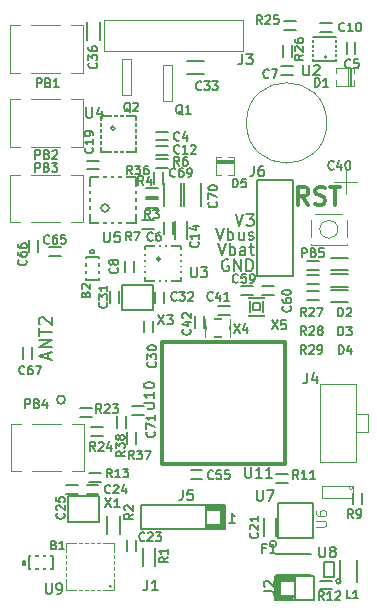
<source format=gto>
G04 (created by PCBNEW (2013-may-18)-stable) date Tue 16 Jul 2013 10:20:31 AM EDT*
%MOIN*%
G04 Gerber Fmt 3.4, Leading zero omitted, Abs format*
%FSLAX34Y34*%
G01*
G70*
G90*
G04 APERTURE LIST*
%ADD10C,0.00590551*%
%ADD11C,0.00787402*%
%ADD12C,0.011811*%
%ADD13C,0.0047*%
%ADD14C,0.0031*%
%ADD15C,0.0039*%
%ADD16C,0.0079*%
%ADD17C,0.012*%
%ADD18C,0.00669291*%
%ADD19C,0.0051*%
%ADD20C,0.0069*%
%ADD21R,0.0393701X0.0708661*%
%ADD22R,0.036X0.036*%
%ADD23R,0.0315X0.0394*%
%ADD24R,0.0315X0.0197*%
%ADD25R,0.0354331X0.0629921*%
%ADD26R,0.0511811X0.0275591*%
%ADD27R,0.023622X0.0354331*%
%ADD28R,0.0354331X0.023622*%
%ADD29R,0.019685X0.023622*%
%ADD30R,0.023622X0.019685*%
%ADD31R,0.0118X0.0315*%
%ADD32R,0.0315X0.0118*%
%ADD33R,0.0315X0.0079*%
%ADD34R,0.0118X0.0767*%
%ADD35R,0.0098X0.0276*%
%ADD36R,0.0276X0.0098*%
%ADD37R,0.0236X0.0236*%
%ADD38O,0.0452X0.0334*%
%ADD39R,0.0551X0.059*%
%ADD40R,0.0117X0.0551*%
%ADD41O,0.0314X0.059*%
%ADD42C,0.0314*%
%ADD43R,0.0354X0.0472*%
%ADD44R,0.0609X0.1515*%
%ADD45R,0.0727X0.1909*%
%ADD46C,0.013*%
%ADD47R,0.011X0.0394*%
%ADD48R,0.0394X0.011*%
%ADD49R,0.0945X0.0945*%
%ADD50R,0.0275591X0.011811*%
%ADD51R,0.0374016X0.0334646*%
%ADD52R,0.011811X0.0275591*%
%ADD53R,0.0295276X0.0275591*%
%ADD54R,0.0606299X0.0606299*%
%ADD55C,0.04*%
%ADD56R,0.04X0.04*%
%ADD57C,0.042*%
%ADD58R,0.042X0.042*%
%ADD59R,0.023622X0.0629921*%
%ADD60C,0.09*%
%ADD61C,0.023622*%
%ADD62R,0.011811X0.0393701*%
%ADD63R,0.0740157X0.061811*%
%ADD64R,0.019685X0.019685*%
%ADD65R,0.0110236X0.0334646*%
%ADD66R,0.0334646X0.0110236*%
%ADD67R,0.177165X0.177165*%
%ADD68C,0.0135*%
%ADD69R,0.0197X0.0315*%
%ADD70C,0.0123614*%
G04 APERTURE END LIST*
G54D10*
G54D11*
X74194Y-60320D02*
X74373Y-60320D01*
X74284Y-60320D02*
X74284Y-60005D01*
X74313Y-60050D01*
X74343Y-60080D01*
X74373Y-60095D01*
G54D12*
X76826Y-49714D02*
X76629Y-49432D01*
X76489Y-49714D02*
X76489Y-49123D01*
X76714Y-49123D01*
X76770Y-49151D01*
X76798Y-49179D01*
X76826Y-49235D01*
X76826Y-49320D01*
X76798Y-49376D01*
X76770Y-49404D01*
X76714Y-49432D01*
X76489Y-49432D01*
X77051Y-49685D02*
X77135Y-49714D01*
X77276Y-49714D01*
X77332Y-49685D01*
X77360Y-49657D01*
X77389Y-49601D01*
X77389Y-49545D01*
X77360Y-49489D01*
X77332Y-49460D01*
X77276Y-49432D01*
X77164Y-49404D01*
X77107Y-49376D01*
X77079Y-49348D01*
X77051Y-49292D01*
X77051Y-49235D01*
X77079Y-49179D01*
X77107Y-49151D01*
X77164Y-49123D01*
X77304Y-49123D01*
X77389Y-49151D01*
X77557Y-49123D02*
X77895Y-49123D01*
X77726Y-49714D02*
X77726Y-49123D01*
G54D11*
X74160Y-51555D02*
X74122Y-51536D01*
X74066Y-51536D01*
X74010Y-51555D01*
X73972Y-51592D01*
X73953Y-51630D01*
X73935Y-51705D01*
X73935Y-51761D01*
X73953Y-51836D01*
X73972Y-51874D01*
X74010Y-51911D01*
X74066Y-51930D01*
X74103Y-51930D01*
X74160Y-51911D01*
X74178Y-51892D01*
X74178Y-51761D01*
X74103Y-51761D01*
X74347Y-51930D02*
X74347Y-51536D01*
X74572Y-51930D01*
X74572Y-51536D01*
X74760Y-51930D02*
X74760Y-51536D01*
X74853Y-51536D01*
X74910Y-51555D01*
X74947Y-51592D01*
X74966Y-51630D01*
X74985Y-51705D01*
X74985Y-51761D01*
X74966Y-51836D01*
X74947Y-51874D01*
X74910Y-51911D01*
X74853Y-51930D01*
X74760Y-51930D01*
X73809Y-51002D02*
X73940Y-51396D01*
X74072Y-51002D01*
X74203Y-51396D02*
X74203Y-51002D01*
X74203Y-51152D02*
X74240Y-51133D01*
X74315Y-51133D01*
X74353Y-51152D01*
X74372Y-51171D01*
X74390Y-51208D01*
X74390Y-51321D01*
X74372Y-51358D01*
X74353Y-51377D01*
X74315Y-51396D01*
X74240Y-51396D01*
X74203Y-51377D01*
X74728Y-51396D02*
X74728Y-51190D01*
X74709Y-51152D01*
X74672Y-51133D01*
X74597Y-51133D01*
X74559Y-51152D01*
X74728Y-51377D02*
X74690Y-51396D01*
X74597Y-51396D01*
X74559Y-51377D01*
X74540Y-51340D01*
X74540Y-51302D01*
X74559Y-51265D01*
X74597Y-51246D01*
X74690Y-51246D01*
X74728Y-51227D01*
X74859Y-51133D02*
X75009Y-51133D01*
X74915Y-51002D02*
X74915Y-51340D01*
X74934Y-51377D01*
X74972Y-51396D01*
X75009Y-51396D01*
X73748Y-50495D02*
X73880Y-50889D01*
X74011Y-50495D01*
X74142Y-50889D02*
X74142Y-50495D01*
X74142Y-50645D02*
X74180Y-50626D01*
X74255Y-50626D01*
X74292Y-50645D01*
X74311Y-50664D01*
X74330Y-50701D01*
X74330Y-50814D01*
X74311Y-50851D01*
X74292Y-50870D01*
X74255Y-50889D01*
X74180Y-50889D01*
X74142Y-50870D01*
X74667Y-50626D02*
X74667Y-50889D01*
X74498Y-50626D02*
X74498Y-50833D01*
X74517Y-50870D01*
X74555Y-50889D01*
X74611Y-50889D01*
X74648Y-50870D01*
X74667Y-50851D01*
X74836Y-50870D02*
X74873Y-50889D01*
X74948Y-50889D01*
X74986Y-50870D01*
X75005Y-50833D01*
X75005Y-50814D01*
X74986Y-50776D01*
X74948Y-50758D01*
X74892Y-50758D01*
X74855Y-50739D01*
X74836Y-50701D01*
X74836Y-50683D01*
X74855Y-50645D01*
X74892Y-50626D01*
X74948Y-50626D01*
X74986Y-50645D01*
X74397Y-50030D02*
X74528Y-50424D01*
X74659Y-50030D01*
X74753Y-50030D02*
X74997Y-50030D01*
X74865Y-50180D01*
X74922Y-50180D01*
X74959Y-50199D01*
X74978Y-50218D01*
X74997Y-50255D01*
X74997Y-50349D01*
X74978Y-50386D01*
X74959Y-50405D01*
X74922Y-50424D01*
X74809Y-50424D01*
X74772Y-50405D01*
X74753Y-50386D01*
G54D10*
X74893Y-52942D02*
X74893Y-53297D01*
X75306Y-53297D02*
X75306Y-52942D01*
X75218Y-53238D02*
X74981Y-53238D01*
X74981Y-53238D02*
X74981Y-53001D01*
X74981Y-53001D02*
X75218Y-53001D01*
X75218Y-53001D02*
X75218Y-53238D01*
X75729Y-53415D02*
X74470Y-53415D01*
X74470Y-53415D02*
X74470Y-52824D01*
X74470Y-52824D02*
X75729Y-52824D01*
X75729Y-52824D02*
X75729Y-53415D01*
G54D13*
X71986Y-46244D02*
X71986Y-45044D01*
X71986Y-45044D02*
X72286Y-45044D01*
X72286Y-45044D02*
X72286Y-46244D01*
X72286Y-46244D02*
X71986Y-46244D01*
X70912Y-44864D02*
X70912Y-46064D01*
X70912Y-46064D02*
X70612Y-46064D01*
X70612Y-46064D02*
X70612Y-44864D01*
X70612Y-44864D02*
X70912Y-44864D01*
G54D14*
X78307Y-59168D02*
G75*
G03X78307Y-59168I-62J0D01*
G74*
G01*
X77282Y-59506D02*
X77282Y-59106D01*
X78307Y-59506D02*
X78307Y-59106D01*
X77282Y-59106D02*
X78307Y-59106D01*
X78307Y-59506D02*
X77282Y-59506D01*
G54D15*
X78158Y-45192D02*
X78158Y-45744D01*
X78197Y-45744D02*
X78197Y-45192D01*
X78335Y-45173D02*
X77745Y-45173D01*
X77745Y-45173D02*
X77745Y-45763D01*
X77745Y-45763D02*
X78335Y-45763D01*
X78335Y-45763D02*
X78335Y-45173D01*
X78335Y-45173D02*
X78237Y-45173D01*
X78237Y-45173D02*
X78237Y-45763D01*
X78237Y-45763D02*
X78138Y-45763D01*
X78138Y-45763D02*
X78138Y-45173D01*
G54D10*
X75759Y-61360D02*
X76900Y-61360D01*
X75759Y-62049D02*
X76900Y-62049D01*
X77879Y-62304D02*
X77879Y-61556D01*
X78450Y-62304D02*
X78450Y-61556D01*
X77572Y-51908D02*
X78163Y-51908D01*
X77572Y-51495D02*
X78163Y-51495D01*
X71726Y-61765D02*
X71726Y-61174D01*
X71313Y-61765D02*
X71313Y-61174D01*
X70542Y-60677D02*
X70542Y-60086D01*
X70129Y-60677D02*
X70129Y-60086D01*
X77572Y-52448D02*
X78163Y-52448D01*
X77572Y-52035D02*
X78163Y-52035D01*
X77572Y-52958D02*
X78163Y-52958D01*
X77572Y-52545D02*
X78163Y-52545D01*
X72766Y-45346D02*
X73357Y-45346D01*
X72766Y-44933D02*
X73357Y-44933D01*
X69876Y-44225D02*
X69876Y-43634D01*
X69463Y-44225D02*
X69463Y-43634D01*
X71806Y-49530D02*
X71413Y-49530D01*
X71806Y-49825D02*
X71413Y-49825D01*
X75682Y-52434D02*
X75289Y-52434D01*
X75682Y-52729D02*
X75289Y-52729D01*
X71806Y-49168D02*
X71413Y-49168D01*
X71806Y-49463D02*
X71413Y-49463D01*
X74571Y-52729D02*
X74964Y-52729D01*
X74571Y-52434D02*
X74964Y-52434D01*
X69519Y-58969D02*
X69912Y-58969D01*
X69519Y-58674D02*
X69912Y-58674D01*
X69433Y-59346D02*
X69826Y-59346D01*
X69433Y-59051D02*
X69826Y-59051D01*
X69610Y-56504D02*
X69217Y-56504D01*
X69610Y-56799D02*
X69217Y-56799D01*
X72901Y-58853D02*
X73294Y-58853D01*
X72901Y-58558D02*
X73294Y-58558D01*
X77182Y-52602D02*
X76789Y-52602D01*
X77182Y-52897D02*
X76789Y-52897D01*
X77174Y-52070D02*
X76781Y-52070D01*
X77174Y-52365D02*
X76781Y-52365D01*
X77176Y-51582D02*
X76783Y-51582D01*
X77176Y-51877D02*
X76783Y-51877D01*
X71290Y-50535D02*
X71683Y-50535D01*
X71290Y-50240D02*
X71683Y-50240D01*
X69964Y-57138D02*
X69571Y-57138D01*
X69964Y-57433D02*
X69571Y-57433D01*
X76027Y-43899D02*
X76420Y-43899D01*
X76027Y-43604D02*
X76420Y-43604D01*
X76265Y-44796D02*
X76265Y-44403D01*
X75970Y-44796D02*
X75970Y-44403D01*
X74218Y-53096D02*
X73825Y-53096D01*
X74218Y-53391D02*
X73825Y-53391D01*
X71745Y-48491D02*
X72138Y-48491D01*
X71745Y-48196D02*
X72138Y-48196D01*
X78326Y-59311D02*
X78326Y-59704D01*
X78621Y-59311D02*
X78621Y-59704D01*
X77213Y-62539D02*
X77606Y-62539D01*
X77213Y-62244D02*
X77606Y-62244D01*
X75763Y-59004D02*
X76156Y-59004D01*
X75763Y-58709D02*
X76156Y-58709D01*
X73337Y-53816D02*
X73337Y-53423D01*
X73042Y-53816D02*
X73042Y-53423D01*
X69136Y-59054D02*
X68743Y-59054D01*
X69136Y-59349D02*
X68743Y-59349D01*
G54D16*
X71906Y-51531D02*
G75*
G03X71906Y-51531I-69J0D01*
G74*
G01*
X71393Y-51087D02*
X71393Y-52269D01*
X71393Y-52269D02*
X72575Y-52269D01*
X72575Y-52269D02*
X72575Y-51087D01*
X72575Y-51087D02*
X71393Y-51087D01*
G54D15*
X77438Y-44793D02*
G75*
G03X77438Y-44793I-39J0D01*
G74*
G01*
G54D16*
X77754Y-44912D02*
X77754Y-44124D01*
X77754Y-44124D02*
X76966Y-44124D01*
X76966Y-44124D02*
X76966Y-44912D01*
X76966Y-44912D02*
X77754Y-44912D01*
G54D15*
X74633Y-43558D02*
X74633Y-44582D01*
X74633Y-44582D02*
X70027Y-44582D01*
X70027Y-44582D02*
X70027Y-43558D01*
X70027Y-43558D02*
X74633Y-43558D01*
G54D16*
X70376Y-47165D02*
G75*
G03X70376Y-47165I-69J0D01*
G74*
G01*
X69913Y-46771D02*
X69913Y-47953D01*
X69913Y-47953D02*
X71095Y-47953D01*
X71095Y-47953D02*
X71095Y-46771D01*
X71095Y-46771D02*
X69913Y-46771D01*
G54D15*
X77806Y-50536D02*
G75*
G03X77806Y-50536I-300J0D01*
G74*
G01*
X78097Y-50024D02*
X78097Y-51048D01*
X78097Y-51048D02*
X76915Y-51048D01*
X76915Y-51048D02*
X76915Y-50024D01*
X76915Y-50024D02*
X78097Y-50024D01*
X66870Y-45311D02*
X66870Y-43737D01*
X66870Y-43737D02*
X69310Y-43737D01*
X69310Y-43737D02*
X69310Y-45311D01*
X69310Y-45311D02*
X66870Y-45311D01*
X66866Y-47783D02*
X66866Y-46209D01*
X66866Y-46209D02*
X69306Y-46209D01*
X69306Y-46209D02*
X69306Y-47783D01*
X69306Y-47783D02*
X66866Y-47783D01*
X66870Y-50285D02*
X66870Y-48711D01*
X66870Y-48711D02*
X69310Y-48711D01*
X69310Y-48711D02*
X69310Y-50285D01*
X69310Y-50285D02*
X66870Y-50285D01*
X66900Y-58587D02*
X66900Y-57013D01*
X66900Y-57013D02*
X69340Y-57013D01*
X69340Y-57013D02*
X69340Y-58587D01*
X69340Y-58587D02*
X66900Y-58587D01*
X78069Y-48565D02*
X78069Y-49352D01*
X78462Y-48959D02*
X77675Y-48959D01*
X77439Y-46990D02*
G75*
G03X77439Y-46990I-1339J0D01*
G74*
G01*
X70254Y-62437D02*
G75*
G03X70254Y-62437I-39J0D01*
G74*
G01*
X70333Y-62555D02*
X68759Y-62555D01*
X68759Y-62555D02*
X68759Y-60981D01*
X68759Y-60981D02*
X70333Y-60981D01*
X70333Y-60981D02*
X70333Y-62555D01*
G54D16*
X71070Y-50338D02*
X69534Y-50338D01*
X69534Y-48802D02*
X71070Y-48802D01*
X70174Y-49826D02*
G75*
G03X70174Y-49826I-128J0D01*
G74*
G01*
X69534Y-50338D02*
X69534Y-48802D01*
X71070Y-48802D02*
X71070Y-50338D01*
G54D10*
X69560Y-51239D02*
X69560Y-51338D01*
X69570Y-51338D02*
X69679Y-51338D01*
X69679Y-51338D02*
X69679Y-51239D01*
X69679Y-51239D02*
X69570Y-51239D01*
X69413Y-51456D02*
X69856Y-51456D01*
X69856Y-51456D02*
X69856Y-52243D01*
X69856Y-52243D02*
X69413Y-52243D01*
X69413Y-52243D02*
X69413Y-51456D01*
X69847Y-60281D02*
X68824Y-60281D01*
X68824Y-60281D02*
X68824Y-59454D01*
X68824Y-59454D02*
X68824Y-59434D01*
X68824Y-59434D02*
X69847Y-59434D01*
X69847Y-59434D02*
X69847Y-60281D01*
X67297Y-61715D02*
X67396Y-61715D01*
X67396Y-61705D02*
X67396Y-61596D01*
X67396Y-61596D02*
X67297Y-61596D01*
X67297Y-61596D02*
X67297Y-61705D01*
X67514Y-61862D02*
X67514Y-61419D01*
X67514Y-61419D02*
X68301Y-61419D01*
X68301Y-61419D02*
X68301Y-61862D01*
X68301Y-61862D02*
X67514Y-61862D01*
X71639Y-53241D02*
X70616Y-53241D01*
X70616Y-53241D02*
X70616Y-52414D01*
X70616Y-52414D02*
X70616Y-52394D01*
X70616Y-52394D02*
X71639Y-52394D01*
X71639Y-52394D02*
X71639Y-53241D01*
X74203Y-54140D02*
X73416Y-54140D01*
X73416Y-54140D02*
X73416Y-53511D01*
X73416Y-53511D02*
X74203Y-53511D01*
X74203Y-53511D02*
X74203Y-54140D01*
X72373Y-50276D02*
X72373Y-50867D01*
X72786Y-50276D02*
X72786Y-50867D01*
X75756Y-60763D02*
X75756Y-60172D01*
X75343Y-60763D02*
X75343Y-60172D01*
X72024Y-50299D02*
X72024Y-50692D01*
X72319Y-50299D02*
X72319Y-50692D01*
X70519Y-52998D02*
X70519Y-52605D01*
X70224Y-52998D02*
X70224Y-52605D01*
X71362Y-53583D02*
X71362Y-53976D01*
X71657Y-53583D02*
X71657Y-53976D01*
X71720Y-52617D02*
X71720Y-53010D01*
X72015Y-52617D02*
X72015Y-53010D01*
X69443Y-48541D02*
X69836Y-48541D01*
X69443Y-48246D02*
X69836Y-48246D01*
X73404Y-59880D02*
X73904Y-59880D01*
X73904Y-60380D02*
X73404Y-60380D01*
X73404Y-60430D02*
X73904Y-60430D01*
X73904Y-60480D02*
X73404Y-60480D01*
X73404Y-59830D02*
X73904Y-59830D01*
X73904Y-59780D02*
X73454Y-59780D01*
X73904Y-60530D02*
X73904Y-59730D01*
X74004Y-59730D02*
X74004Y-60530D01*
X73404Y-60530D02*
X73404Y-59730D01*
X73954Y-60530D02*
X73954Y-59730D01*
X74054Y-60530D02*
X71254Y-60530D01*
X71254Y-60530D02*
X71254Y-59730D01*
X71254Y-59730D02*
X74054Y-59730D01*
X74054Y-59730D02*
X74054Y-60530D01*
X76380Y-62758D02*
X75880Y-62758D01*
X75880Y-62258D02*
X76380Y-62258D01*
X76380Y-62208D02*
X75880Y-62208D01*
X75880Y-62158D02*
X76380Y-62158D01*
X76380Y-62808D02*
X75880Y-62808D01*
X75880Y-62858D02*
X76330Y-62858D01*
X75880Y-62108D02*
X75880Y-62908D01*
X75780Y-62908D02*
X75780Y-62108D01*
X76380Y-62108D02*
X76380Y-62908D01*
X75830Y-62108D02*
X75830Y-62908D01*
X75730Y-62108D02*
X77030Y-62108D01*
X77030Y-62108D02*
X77030Y-62908D01*
X77030Y-62908D02*
X75730Y-62908D01*
X75730Y-62908D02*
X75730Y-62108D01*
X76320Y-52100D02*
X76320Y-48900D01*
X76320Y-48900D02*
X75120Y-48900D01*
X75120Y-48900D02*
X75120Y-52100D01*
X75120Y-52100D02*
X76320Y-52100D01*
G54D15*
X78406Y-57298D02*
X78806Y-57298D01*
X78806Y-57298D02*
X78806Y-56698D01*
X78806Y-56698D02*
X78406Y-56698D01*
X78406Y-58298D02*
X78406Y-55698D01*
X78406Y-55698D02*
X77206Y-55698D01*
X77206Y-55698D02*
X77206Y-58298D01*
X77206Y-58298D02*
X78406Y-58298D01*
G54D10*
X68582Y-51140D02*
X68189Y-51140D01*
X68582Y-51435D02*
X68189Y-51435D01*
X67821Y-51280D02*
X67821Y-50887D01*
X67526Y-51280D02*
X67526Y-50887D01*
X71670Y-48635D02*
X71670Y-49028D01*
X71965Y-48635D02*
X71965Y-49028D01*
X75763Y-61027D02*
G75*
G03X75763Y-61027I-111J0D01*
G74*
G01*
X75809Y-60830D02*
X75809Y-59649D01*
X75809Y-59649D02*
X76990Y-59649D01*
X76990Y-59649D02*
X76990Y-60830D01*
X76990Y-60830D02*
X75809Y-60830D01*
X68719Y-56215D02*
G75*
G03X68719Y-56215I-139J0D01*
G74*
G01*
G54D17*
X71958Y-54288D02*
X71958Y-58370D01*
X71958Y-58370D02*
X76040Y-58370D01*
X76040Y-58370D02*
X76040Y-54288D01*
X76040Y-54288D02*
X71958Y-54288D01*
G54D15*
X73770Y-48299D02*
X74322Y-48299D01*
X74322Y-48260D02*
X73770Y-48260D01*
X73751Y-48122D02*
X73751Y-48712D01*
X73751Y-48712D02*
X74341Y-48712D01*
X74341Y-48712D02*
X74341Y-48122D01*
X74341Y-48122D02*
X73751Y-48122D01*
X73751Y-48122D02*
X73751Y-48220D01*
X73751Y-48220D02*
X74341Y-48220D01*
X74341Y-48220D02*
X74341Y-48319D01*
X74341Y-48319D02*
X73751Y-48319D01*
G54D10*
X72664Y-49747D02*
X72664Y-48999D01*
X73234Y-49747D02*
X73234Y-48999D01*
X72012Y-49748D02*
X72012Y-49000D01*
X72583Y-49748D02*
X72583Y-49000D01*
X70782Y-57286D02*
X70782Y-57679D01*
X71078Y-57286D02*
X71078Y-57679D01*
X70452Y-56771D02*
X70452Y-57164D01*
X70747Y-56771D02*
X70747Y-57164D01*
X70939Y-56721D02*
X71332Y-56721D01*
X70939Y-56426D02*
X71332Y-56426D01*
X77907Y-62268D02*
G75*
G03X77907Y-62268I-78J0D01*
G74*
G01*
X77671Y-62111D02*
X77356Y-62111D01*
X77356Y-62111D02*
X77356Y-61638D01*
X77356Y-61638D02*
X77671Y-61638D01*
X77671Y-61638D02*
X77671Y-62111D01*
X70790Y-60877D02*
X70790Y-61270D01*
X71085Y-60877D02*
X71085Y-61270D01*
X71001Y-51970D02*
X71001Y-51577D01*
X70706Y-51970D02*
X70706Y-51577D01*
X71749Y-47573D02*
X72142Y-47573D01*
X71749Y-47278D02*
X72142Y-47278D01*
X78098Y-44291D02*
X78098Y-44684D01*
X78393Y-44291D02*
X78393Y-44684D01*
X77610Y-43660D02*
X77217Y-43660D01*
X77610Y-43955D02*
X77217Y-43955D01*
X76314Y-45108D02*
X75921Y-45108D01*
X76314Y-45403D02*
X75921Y-45403D01*
X71753Y-48059D02*
X72146Y-48059D01*
X71753Y-47764D02*
X72146Y-47764D01*
X67617Y-54856D02*
X67617Y-54463D01*
X67322Y-54856D02*
X67322Y-54463D01*
G54D18*
X75614Y-53574D02*
X75814Y-53874D01*
X75814Y-53574D02*
X75614Y-53874D01*
X76071Y-53574D02*
X75928Y-53574D01*
X75914Y-53717D01*
X75928Y-53703D01*
X75957Y-53688D01*
X76028Y-53688D01*
X76057Y-53703D01*
X76071Y-53717D01*
X76085Y-53745D01*
X76085Y-53817D01*
X76071Y-53845D01*
X76057Y-53860D01*
X76028Y-53874D01*
X75957Y-53874D01*
X75928Y-53860D01*
X75914Y-53845D01*
G54D19*
X70896Y-46632D02*
X70868Y-46618D01*
X70841Y-46590D01*
X70799Y-46549D01*
X70772Y-46535D01*
X70744Y-46535D01*
X70758Y-46604D02*
X70730Y-46590D01*
X70703Y-46562D01*
X70689Y-46507D01*
X70689Y-46411D01*
X70703Y-46355D01*
X70730Y-46328D01*
X70758Y-46314D01*
X70813Y-46314D01*
X70841Y-46328D01*
X70868Y-46355D01*
X70882Y-46411D01*
X70882Y-46507D01*
X70868Y-46562D01*
X70841Y-46590D01*
X70813Y-46604D01*
X70758Y-46604D01*
X70993Y-46342D02*
X71006Y-46328D01*
X71034Y-46314D01*
X71103Y-46314D01*
X71131Y-46328D01*
X71144Y-46342D01*
X71158Y-46369D01*
X71158Y-46397D01*
X71144Y-46438D01*
X70979Y-46604D01*
X71158Y-46604D01*
X72643Y-46718D02*
X72614Y-46703D01*
X72586Y-46675D01*
X72543Y-46632D01*
X72514Y-46618D01*
X72486Y-46618D01*
X72500Y-46689D02*
X72472Y-46675D01*
X72443Y-46646D01*
X72429Y-46589D01*
X72429Y-46489D01*
X72443Y-46432D01*
X72472Y-46403D01*
X72500Y-46389D01*
X72557Y-46389D01*
X72586Y-46403D01*
X72614Y-46432D01*
X72629Y-46489D01*
X72629Y-46589D01*
X72614Y-46646D01*
X72586Y-46675D01*
X72557Y-46689D01*
X72500Y-46689D01*
X72914Y-46689D02*
X72743Y-46689D01*
X72829Y-46689D02*
X72829Y-46389D01*
X72800Y-46432D01*
X72772Y-46460D01*
X72743Y-46475D01*
G54D13*
X77078Y-60445D02*
X77362Y-60445D01*
X77395Y-60429D01*
X77412Y-60412D01*
X77428Y-60379D01*
X77428Y-60312D01*
X77412Y-60279D01*
X77395Y-60262D01*
X77362Y-60245D01*
X77078Y-60245D01*
X77078Y-59929D02*
X77078Y-59995D01*
X77095Y-60029D01*
X77112Y-60045D01*
X77162Y-60079D01*
X77228Y-60095D01*
X77362Y-60095D01*
X77395Y-60079D01*
X77412Y-60062D01*
X77428Y-60029D01*
X77428Y-59962D01*
X77412Y-59929D01*
X77395Y-59912D01*
X77362Y-59895D01*
X77278Y-59895D01*
X77245Y-59912D01*
X77228Y-59929D01*
X77212Y-59962D01*
X77212Y-60029D01*
X77228Y-60062D01*
X77245Y-60079D01*
X77278Y-60095D01*
G54D18*
X77037Y-45785D02*
X77037Y-45495D01*
X77107Y-45495D01*
X77148Y-45509D01*
X77176Y-45536D01*
X77189Y-45564D01*
X77203Y-45619D01*
X77203Y-45661D01*
X77189Y-45716D01*
X77176Y-45743D01*
X77148Y-45771D01*
X77107Y-45785D01*
X77037Y-45785D01*
X77479Y-45785D02*
X77314Y-45785D01*
X77397Y-45785D02*
X77397Y-45495D01*
X77369Y-45536D01*
X77341Y-45564D01*
X77314Y-45578D01*
X75397Y-61163D02*
X75292Y-61163D01*
X75292Y-61328D02*
X75292Y-61013D01*
X75442Y-61013D01*
X75726Y-61328D02*
X75546Y-61328D01*
X75636Y-61328D02*
X75636Y-61013D01*
X75606Y-61058D01*
X75576Y-61088D01*
X75546Y-61103D01*
X78250Y-62841D02*
X78118Y-62841D01*
X78118Y-62565D01*
X78486Y-62841D02*
X78328Y-62841D01*
X78407Y-62841D02*
X78407Y-62565D01*
X78381Y-62605D01*
X78355Y-62631D01*
X78328Y-62644D01*
X77821Y-53443D02*
X77821Y-53153D01*
X77891Y-53153D01*
X77932Y-53167D01*
X77960Y-53194D01*
X77973Y-53222D01*
X77987Y-53277D01*
X77987Y-53319D01*
X77973Y-53374D01*
X77960Y-53401D01*
X77932Y-53429D01*
X77891Y-53443D01*
X77821Y-53443D01*
X78098Y-53181D02*
X78111Y-53167D01*
X78139Y-53153D01*
X78208Y-53153D01*
X78236Y-53167D01*
X78250Y-53181D01*
X78263Y-53208D01*
X78263Y-53236D01*
X78250Y-53277D01*
X78084Y-53443D01*
X78263Y-53443D01*
X72135Y-61469D02*
X71997Y-61566D01*
X72135Y-61635D02*
X71845Y-61635D01*
X71845Y-61524D01*
X71859Y-61496D01*
X71873Y-61483D01*
X71900Y-61469D01*
X71942Y-61469D01*
X71969Y-61483D01*
X71983Y-61496D01*
X71997Y-61524D01*
X71997Y-61635D01*
X72135Y-61193D02*
X72135Y-61358D01*
X72135Y-61276D02*
X71845Y-61276D01*
X71886Y-61303D01*
X71914Y-61331D01*
X71928Y-61358D01*
X70979Y-60015D02*
X70841Y-60112D01*
X70979Y-60181D02*
X70689Y-60181D01*
X70689Y-60070D01*
X70703Y-60042D01*
X70717Y-60029D01*
X70744Y-60015D01*
X70786Y-60015D01*
X70813Y-60029D01*
X70827Y-60042D01*
X70841Y-60070D01*
X70841Y-60181D01*
X70717Y-59904D02*
X70703Y-59891D01*
X70689Y-59863D01*
X70689Y-59794D01*
X70703Y-59766D01*
X70717Y-59752D01*
X70744Y-59739D01*
X70772Y-59739D01*
X70813Y-59752D01*
X70979Y-59918D01*
X70979Y-59739D01*
X77829Y-54073D02*
X77829Y-53783D01*
X77899Y-53783D01*
X77940Y-53797D01*
X77968Y-53824D01*
X77981Y-53852D01*
X77995Y-53907D01*
X77995Y-53949D01*
X77981Y-54004D01*
X77968Y-54031D01*
X77940Y-54059D01*
X77899Y-54073D01*
X77829Y-54073D01*
X78092Y-53783D02*
X78271Y-53783D01*
X78175Y-53893D01*
X78216Y-53893D01*
X78244Y-53907D01*
X78258Y-53921D01*
X78271Y-53949D01*
X78271Y-54018D01*
X78258Y-54045D01*
X78244Y-54059D01*
X78216Y-54073D01*
X78133Y-54073D01*
X78106Y-54059D01*
X78092Y-54045D01*
X77835Y-54689D02*
X77835Y-54399D01*
X77905Y-54399D01*
X77946Y-54413D01*
X77974Y-54440D01*
X77987Y-54468D01*
X78001Y-54523D01*
X78001Y-54565D01*
X77987Y-54620D01*
X77974Y-54647D01*
X77946Y-54675D01*
X77905Y-54689D01*
X77835Y-54689D01*
X78250Y-54496D02*
X78250Y-54689D01*
X78181Y-54385D02*
X78112Y-54592D01*
X78291Y-54592D01*
X73257Y-45869D02*
X73243Y-45883D01*
X73202Y-45897D01*
X73174Y-45897D01*
X73133Y-45883D01*
X73105Y-45855D01*
X73091Y-45828D01*
X73078Y-45773D01*
X73078Y-45731D01*
X73091Y-45676D01*
X73105Y-45648D01*
X73133Y-45621D01*
X73174Y-45607D01*
X73202Y-45607D01*
X73243Y-45621D01*
X73257Y-45635D01*
X73354Y-45607D02*
X73533Y-45607D01*
X73437Y-45717D01*
X73478Y-45717D01*
X73506Y-45731D01*
X73519Y-45745D01*
X73533Y-45773D01*
X73533Y-45842D01*
X73519Y-45869D01*
X73506Y-45883D01*
X73478Y-45897D01*
X73395Y-45897D01*
X73368Y-45883D01*
X73354Y-45869D01*
X73630Y-45607D02*
X73809Y-45607D01*
X73713Y-45717D01*
X73754Y-45717D01*
X73782Y-45731D01*
X73796Y-45745D01*
X73809Y-45773D01*
X73809Y-45842D01*
X73796Y-45869D01*
X73782Y-45883D01*
X73754Y-45897D01*
X73671Y-45897D01*
X73644Y-45883D01*
X73630Y-45869D01*
X69753Y-44993D02*
X69767Y-45007D01*
X69781Y-45048D01*
X69781Y-45076D01*
X69767Y-45117D01*
X69739Y-45145D01*
X69712Y-45159D01*
X69657Y-45172D01*
X69615Y-45172D01*
X69560Y-45159D01*
X69532Y-45145D01*
X69505Y-45117D01*
X69491Y-45076D01*
X69491Y-45048D01*
X69505Y-45007D01*
X69519Y-44993D01*
X69491Y-44896D02*
X69491Y-44717D01*
X69601Y-44813D01*
X69601Y-44772D01*
X69615Y-44744D01*
X69629Y-44731D01*
X69657Y-44717D01*
X69726Y-44717D01*
X69753Y-44731D01*
X69767Y-44744D01*
X69781Y-44772D01*
X69781Y-44855D01*
X69767Y-44882D01*
X69753Y-44896D01*
X69491Y-44468D02*
X69491Y-44523D01*
X69505Y-44551D01*
X69519Y-44565D01*
X69560Y-44592D01*
X69615Y-44606D01*
X69726Y-44606D01*
X69753Y-44592D01*
X69767Y-44579D01*
X69781Y-44551D01*
X69781Y-44496D01*
X69767Y-44468D01*
X69753Y-44454D01*
X69726Y-44441D01*
X69657Y-44441D01*
X69629Y-44454D01*
X69615Y-44468D01*
X69601Y-44496D01*
X69601Y-44551D01*
X69615Y-44579D01*
X69629Y-44592D01*
X69657Y-44606D01*
X71555Y-50175D02*
X71459Y-50037D01*
X71389Y-50175D02*
X71389Y-49885D01*
X71500Y-49885D01*
X71528Y-49899D01*
X71541Y-49913D01*
X71555Y-49940D01*
X71555Y-49982D01*
X71541Y-50009D01*
X71528Y-50023D01*
X71500Y-50037D01*
X71389Y-50037D01*
X71652Y-49885D02*
X71831Y-49885D01*
X71735Y-49995D01*
X71776Y-49995D01*
X71804Y-50009D01*
X71818Y-50023D01*
X71831Y-50051D01*
X71831Y-50120D01*
X71818Y-50147D01*
X71804Y-50161D01*
X71776Y-50175D01*
X71693Y-50175D01*
X71666Y-50161D01*
X71652Y-50147D01*
X76220Y-53102D02*
X76234Y-53116D01*
X76248Y-53157D01*
X76248Y-53185D01*
X76234Y-53226D01*
X76206Y-53254D01*
X76179Y-53268D01*
X76124Y-53281D01*
X76082Y-53281D01*
X76027Y-53268D01*
X75999Y-53254D01*
X75972Y-53226D01*
X75958Y-53185D01*
X75958Y-53157D01*
X75972Y-53116D01*
X75986Y-53102D01*
X75958Y-52853D02*
X75958Y-52909D01*
X75972Y-52936D01*
X75986Y-52950D01*
X76027Y-52978D01*
X76082Y-52991D01*
X76193Y-52991D01*
X76220Y-52978D01*
X76234Y-52964D01*
X76248Y-52936D01*
X76248Y-52881D01*
X76234Y-52853D01*
X76220Y-52840D01*
X76193Y-52826D01*
X76124Y-52826D01*
X76096Y-52840D01*
X76082Y-52853D01*
X76068Y-52881D01*
X76068Y-52936D01*
X76082Y-52964D01*
X76096Y-52978D01*
X76124Y-52991D01*
X75958Y-52646D02*
X75958Y-52619D01*
X75972Y-52591D01*
X75986Y-52577D01*
X76013Y-52563D01*
X76068Y-52550D01*
X76137Y-52550D01*
X76193Y-52563D01*
X76220Y-52577D01*
X76234Y-52591D01*
X76248Y-52619D01*
X76248Y-52646D01*
X76234Y-52674D01*
X76220Y-52688D01*
X76193Y-52701D01*
X76137Y-52715D01*
X76068Y-52715D01*
X76013Y-52701D01*
X75986Y-52688D01*
X75972Y-52674D01*
X75958Y-52646D01*
X71327Y-49056D02*
X71231Y-48918D01*
X71161Y-49056D02*
X71161Y-48766D01*
X71272Y-48766D01*
X71300Y-48780D01*
X71313Y-48794D01*
X71327Y-48821D01*
X71327Y-48863D01*
X71313Y-48890D01*
X71300Y-48904D01*
X71272Y-48918D01*
X71161Y-48918D01*
X71576Y-48863D02*
X71576Y-49056D01*
X71507Y-48752D02*
X71438Y-48959D01*
X71617Y-48959D01*
X74482Y-52295D02*
X74468Y-52309D01*
X74427Y-52323D01*
X74399Y-52323D01*
X74358Y-52309D01*
X74330Y-52281D01*
X74316Y-52254D01*
X74303Y-52199D01*
X74303Y-52157D01*
X74316Y-52102D01*
X74330Y-52074D01*
X74358Y-52047D01*
X74399Y-52033D01*
X74427Y-52033D01*
X74468Y-52047D01*
X74482Y-52061D01*
X74744Y-52033D02*
X74606Y-52033D01*
X74593Y-52171D01*
X74606Y-52157D01*
X74634Y-52143D01*
X74703Y-52143D01*
X74731Y-52157D01*
X74744Y-52171D01*
X74758Y-52199D01*
X74758Y-52268D01*
X74744Y-52295D01*
X74731Y-52309D01*
X74703Y-52323D01*
X74634Y-52323D01*
X74606Y-52309D01*
X74593Y-52295D01*
X74896Y-52323D02*
X74952Y-52323D01*
X74979Y-52309D01*
X74993Y-52295D01*
X75021Y-52254D01*
X75034Y-52199D01*
X75034Y-52088D01*
X75021Y-52061D01*
X75007Y-52047D01*
X74979Y-52033D01*
X74924Y-52033D01*
X74896Y-52047D01*
X74883Y-52061D01*
X74869Y-52088D01*
X74869Y-52157D01*
X74883Y-52185D01*
X74896Y-52199D01*
X74924Y-52212D01*
X74979Y-52212D01*
X75007Y-52199D01*
X75021Y-52185D01*
X75034Y-52157D01*
X70274Y-58806D02*
X70177Y-58668D01*
X70108Y-58806D02*
X70108Y-58516D01*
X70219Y-58516D01*
X70246Y-58530D01*
X70260Y-58544D01*
X70274Y-58571D01*
X70274Y-58613D01*
X70260Y-58640D01*
X70246Y-58654D01*
X70219Y-58668D01*
X70108Y-58668D01*
X70550Y-58806D02*
X70385Y-58806D01*
X70467Y-58806D02*
X70467Y-58516D01*
X70440Y-58557D01*
X70412Y-58585D01*
X70385Y-58599D01*
X70647Y-58516D02*
X70826Y-58516D01*
X70730Y-58626D01*
X70771Y-58626D01*
X70799Y-58640D01*
X70813Y-58654D01*
X70826Y-58682D01*
X70826Y-58751D01*
X70813Y-58778D01*
X70799Y-58792D01*
X70771Y-58806D01*
X70688Y-58806D01*
X70661Y-58792D01*
X70647Y-58778D01*
X70225Y-59314D02*
X70211Y-59328D01*
X70170Y-59342D01*
X70142Y-59342D01*
X70101Y-59328D01*
X70073Y-59300D01*
X70059Y-59273D01*
X70046Y-59218D01*
X70046Y-59176D01*
X70059Y-59121D01*
X70073Y-59093D01*
X70101Y-59066D01*
X70142Y-59052D01*
X70170Y-59052D01*
X70211Y-59066D01*
X70225Y-59080D01*
X70336Y-59080D02*
X70349Y-59066D01*
X70377Y-59052D01*
X70446Y-59052D01*
X70474Y-59066D01*
X70487Y-59080D01*
X70501Y-59107D01*
X70501Y-59135D01*
X70487Y-59176D01*
X70322Y-59342D01*
X70501Y-59342D01*
X70750Y-59149D02*
X70750Y-59342D01*
X70681Y-59038D02*
X70612Y-59245D01*
X70791Y-59245D01*
X69929Y-56661D02*
X69832Y-56523D01*
X69763Y-56661D02*
X69763Y-56371D01*
X69874Y-56371D01*
X69901Y-56385D01*
X69915Y-56399D01*
X69929Y-56426D01*
X69929Y-56468D01*
X69915Y-56495D01*
X69901Y-56509D01*
X69874Y-56523D01*
X69763Y-56523D01*
X70040Y-56399D02*
X70053Y-56385D01*
X70081Y-56371D01*
X70150Y-56371D01*
X70178Y-56385D01*
X70191Y-56399D01*
X70205Y-56426D01*
X70205Y-56454D01*
X70191Y-56495D01*
X70026Y-56661D01*
X70205Y-56661D01*
X70302Y-56371D02*
X70481Y-56371D01*
X70385Y-56481D01*
X70426Y-56481D01*
X70454Y-56495D01*
X70468Y-56509D01*
X70481Y-56537D01*
X70481Y-56606D01*
X70468Y-56633D01*
X70454Y-56647D01*
X70426Y-56661D01*
X70343Y-56661D01*
X70316Y-56647D01*
X70302Y-56633D01*
X73649Y-58832D02*
X73635Y-58846D01*
X73594Y-58860D01*
X73566Y-58860D01*
X73525Y-58846D01*
X73497Y-58818D01*
X73483Y-58791D01*
X73470Y-58736D01*
X73470Y-58694D01*
X73483Y-58639D01*
X73497Y-58611D01*
X73525Y-58584D01*
X73566Y-58570D01*
X73594Y-58570D01*
X73635Y-58584D01*
X73649Y-58598D01*
X73911Y-58570D02*
X73773Y-58570D01*
X73760Y-58708D01*
X73773Y-58694D01*
X73801Y-58680D01*
X73870Y-58680D01*
X73898Y-58694D01*
X73911Y-58708D01*
X73925Y-58736D01*
X73925Y-58805D01*
X73911Y-58832D01*
X73898Y-58846D01*
X73870Y-58860D01*
X73801Y-58860D01*
X73773Y-58846D01*
X73760Y-58832D01*
X74188Y-58570D02*
X74050Y-58570D01*
X74036Y-58708D01*
X74050Y-58694D01*
X74077Y-58680D01*
X74146Y-58680D01*
X74174Y-58694D01*
X74188Y-58708D01*
X74201Y-58736D01*
X74201Y-58805D01*
X74188Y-58832D01*
X74174Y-58846D01*
X74146Y-58860D01*
X74077Y-58860D01*
X74050Y-58846D01*
X74036Y-58832D01*
X76743Y-54683D02*
X76646Y-54545D01*
X76577Y-54683D02*
X76577Y-54393D01*
X76688Y-54393D01*
X76715Y-54407D01*
X76729Y-54421D01*
X76743Y-54448D01*
X76743Y-54490D01*
X76729Y-54517D01*
X76715Y-54531D01*
X76688Y-54545D01*
X76577Y-54545D01*
X76854Y-54421D02*
X76867Y-54407D01*
X76895Y-54393D01*
X76964Y-54393D01*
X76992Y-54407D01*
X77005Y-54421D01*
X77019Y-54448D01*
X77019Y-54476D01*
X77005Y-54517D01*
X76840Y-54683D01*
X77019Y-54683D01*
X77157Y-54683D02*
X77213Y-54683D01*
X77240Y-54669D01*
X77254Y-54655D01*
X77282Y-54614D01*
X77295Y-54559D01*
X77295Y-54448D01*
X77282Y-54421D01*
X77268Y-54407D01*
X77240Y-54393D01*
X77185Y-54393D01*
X77157Y-54407D01*
X77144Y-54421D01*
X77130Y-54448D01*
X77130Y-54517D01*
X77144Y-54545D01*
X77157Y-54559D01*
X77185Y-54572D01*
X77240Y-54572D01*
X77268Y-54559D01*
X77282Y-54545D01*
X77295Y-54517D01*
X76751Y-54059D02*
X76654Y-53921D01*
X76585Y-54059D02*
X76585Y-53769D01*
X76696Y-53769D01*
X76723Y-53783D01*
X76737Y-53797D01*
X76751Y-53824D01*
X76751Y-53866D01*
X76737Y-53893D01*
X76723Y-53907D01*
X76696Y-53921D01*
X76585Y-53921D01*
X76862Y-53797D02*
X76875Y-53783D01*
X76903Y-53769D01*
X76972Y-53769D01*
X77000Y-53783D01*
X77013Y-53797D01*
X77027Y-53824D01*
X77027Y-53852D01*
X77013Y-53893D01*
X76848Y-54059D01*
X77027Y-54059D01*
X77193Y-53893D02*
X77165Y-53879D01*
X77152Y-53866D01*
X77138Y-53838D01*
X77138Y-53824D01*
X77152Y-53797D01*
X77165Y-53783D01*
X77193Y-53769D01*
X77248Y-53769D01*
X77276Y-53783D01*
X77290Y-53797D01*
X77303Y-53824D01*
X77303Y-53838D01*
X77290Y-53866D01*
X77276Y-53879D01*
X77248Y-53893D01*
X77193Y-53893D01*
X77165Y-53907D01*
X77152Y-53921D01*
X77138Y-53948D01*
X77138Y-54004D01*
X77152Y-54031D01*
X77165Y-54045D01*
X77193Y-54059D01*
X77248Y-54059D01*
X77276Y-54045D01*
X77290Y-54031D01*
X77303Y-54004D01*
X77303Y-53948D01*
X77290Y-53921D01*
X77276Y-53907D01*
X77248Y-53893D01*
X76751Y-53437D02*
X76654Y-53299D01*
X76585Y-53437D02*
X76585Y-53147D01*
X76696Y-53147D01*
X76723Y-53161D01*
X76737Y-53175D01*
X76751Y-53202D01*
X76751Y-53244D01*
X76737Y-53271D01*
X76723Y-53285D01*
X76696Y-53299D01*
X76585Y-53299D01*
X76862Y-53175D02*
X76875Y-53161D01*
X76903Y-53147D01*
X76972Y-53147D01*
X77000Y-53161D01*
X77013Y-53175D01*
X77027Y-53202D01*
X77027Y-53230D01*
X77013Y-53271D01*
X76848Y-53437D01*
X77027Y-53437D01*
X77124Y-53147D02*
X77317Y-53147D01*
X77193Y-53437D01*
X70925Y-50904D02*
X70829Y-50766D01*
X70759Y-50904D02*
X70759Y-50614D01*
X70870Y-50614D01*
X70898Y-50628D01*
X70911Y-50642D01*
X70925Y-50669D01*
X70925Y-50711D01*
X70911Y-50738D01*
X70898Y-50752D01*
X70870Y-50766D01*
X70759Y-50766D01*
X71022Y-50614D02*
X71215Y-50614D01*
X71091Y-50904D01*
X69721Y-57911D02*
X69624Y-57773D01*
X69555Y-57911D02*
X69555Y-57621D01*
X69666Y-57621D01*
X69693Y-57635D01*
X69707Y-57649D01*
X69721Y-57676D01*
X69721Y-57718D01*
X69707Y-57745D01*
X69693Y-57759D01*
X69666Y-57773D01*
X69555Y-57773D01*
X69832Y-57649D02*
X69845Y-57635D01*
X69873Y-57621D01*
X69942Y-57621D01*
X69970Y-57635D01*
X69983Y-57649D01*
X69997Y-57676D01*
X69997Y-57704D01*
X69983Y-57745D01*
X69818Y-57911D01*
X69997Y-57911D01*
X70246Y-57718D02*
X70246Y-57911D01*
X70177Y-57607D02*
X70108Y-57814D01*
X70287Y-57814D01*
X75285Y-43693D02*
X75188Y-43555D01*
X75119Y-43693D02*
X75119Y-43403D01*
X75230Y-43403D01*
X75257Y-43417D01*
X75271Y-43431D01*
X75285Y-43458D01*
X75285Y-43500D01*
X75271Y-43527D01*
X75257Y-43541D01*
X75230Y-43555D01*
X75119Y-43555D01*
X75396Y-43431D02*
X75409Y-43417D01*
X75437Y-43403D01*
X75506Y-43403D01*
X75534Y-43417D01*
X75547Y-43431D01*
X75561Y-43458D01*
X75561Y-43486D01*
X75547Y-43527D01*
X75382Y-43693D01*
X75561Y-43693D01*
X75824Y-43403D02*
X75686Y-43403D01*
X75672Y-43541D01*
X75686Y-43527D01*
X75713Y-43513D01*
X75782Y-43513D01*
X75810Y-43527D01*
X75824Y-43541D01*
X75837Y-43569D01*
X75837Y-43638D01*
X75824Y-43665D01*
X75810Y-43679D01*
X75782Y-43693D01*
X75713Y-43693D01*
X75686Y-43679D01*
X75672Y-43665D01*
X76657Y-44712D02*
X76519Y-44809D01*
X76657Y-44878D02*
X76367Y-44878D01*
X76367Y-44767D01*
X76381Y-44740D01*
X76395Y-44726D01*
X76422Y-44712D01*
X76464Y-44712D01*
X76491Y-44726D01*
X76505Y-44740D01*
X76519Y-44767D01*
X76519Y-44878D01*
X76395Y-44601D02*
X76381Y-44588D01*
X76367Y-44560D01*
X76367Y-44491D01*
X76381Y-44463D01*
X76395Y-44450D01*
X76422Y-44436D01*
X76450Y-44436D01*
X76491Y-44450D01*
X76657Y-44615D01*
X76657Y-44436D01*
X76367Y-44187D02*
X76367Y-44242D01*
X76381Y-44270D01*
X76395Y-44284D01*
X76436Y-44311D01*
X76491Y-44325D01*
X76602Y-44325D01*
X76629Y-44311D01*
X76643Y-44298D01*
X76657Y-44270D01*
X76657Y-44215D01*
X76643Y-44187D01*
X76629Y-44173D01*
X76602Y-44160D01*
X76533Y-44160D01*
X76505Y-44173D01*
X76491Y-44187D01*
X76477Y-44215D01*
X76477Y-44270D01*
X76491Y-44298D01*
X76505Y-44311D01*
X76533Y-44325D01*
X73631Y-52887D02*
X73617Y-52901D01*
X73576Y-52915D01*
X73548Y-52915D01*
X73507Y-52901D01*
X73479Y-52873D01*
X73465Y-52846D01*
X73452Y-52791D01*
X73452Y-52749D01*
X73465Y-52694D01*
X73479Y-52666D01*
X73507Y-52639D01*
X73548Y-52625D01*
X73576Y-52625D01*
X73617Y-52639D01*
X73631Y-52653D01*
X73880Y-52722D02*
X73880Y-52915D01*
X73811Y-52611D02*
X73742Y-52818D01*
X73921Y-52818D01*
X74183Y-52915D02*
X74018Y-52915D01*
X74101Y-52915D02*
X74101Y-52625D01*
X74073Y-52666D01*
X74045Y-52694D01*
X74018Y-52708D01*
X72524Y-48411D02*
X72428Y-48273D01*
X72358Y-48411D02*
X72358Y-48121D01*
X72469Y-48121D01*
X72497Y-48135D01*
X72510Y-48149D01*
X72524Y-48176D01*
X72524Y-48218D01*
X72510Y-48245D01*
X72497Y-48259D01*
X72469Y-48273D01*
X72358Y-48273D01*
X72773Y-48121D02*
X72718Y-48121D01*
X72690Y-48135D01*
X72676Y-48149D01*
X72648Y-48190D01*
X72635Y-48245D01*
X72635Y-48356D01*
X72648Y-48383D01*
X72662Y-48397D01*
X72690Y-48411D01*
X72745Y-48411D01*
X72773Y-48397D01*
X72787Y-48383D01*
X72800Y-48356D01*
X72800Y-48287D01*
X72787Y-48259D01*
X72773Y-48245D01*
X72745Y-48231D01*
X72690Y-48231D01*
X72662Y-48245D01*
X72648Y-48259D01*
X72635Y-48287D01*
X78319Y-60165D02*
X78223Y-60027D01*
X78153Y-60165D02*
X78153Y-59875D01*
X78264Y-59875D01*
X78292Y-59889D01*
X78305Y-59903D01*
X78319Y-59930D01*
X78319Y-59972D01*
X78305Y-59999D01*
X78292Y-60013D01*
X78264Y-60027D01*
X78153Y-60027D01*
X78457Y-60165D02*
X78513Y-60165D01*
X78540Y-60151D01*
X78554Y-60137D01*
X78582Y-60096D01*
X78595Y-60041D01*
X78595Y-59930D01*
X78582Y-59903D01*
X78568Y-59889D01*
X78540Y-59875D01*
X78485Y-59875D01*
X78457Y-59889D01*
X78443Y-59903D01*
X78430Y-59930D01*
X78430Y-59999D01*
X78443Y-60027D01*
X78457Y-60041D01*
X78485Y-60054D01*
X78540Y-60054D01*
X78568Y-60041D01*
X78582Y-60027D01*
X78595Y-59999D01*
X77343Y-62889D02*
X77246Y-62751D01*
X77177Y-62889D02*
X77177Y-62599D01*
X77288Y-62599D01*
X77315Y-62613D01*
X77329Y-62627D01*
X77343Y-62654D01*
X77343Y-62696D01*
X77329Y-62723D01*
X77315Y-62737D01*
X77288Y-62751D01*
X77177Y-62751D01*
X77619Y-62889D02*
X77454Y-62889D01*
X77536Y-62889D02*
X77536Y-62599D01*
X77509Y-62640D01*
X77481Y-62668D01*
X77454Y-62682D01*
X77730Y-62627D02*
X77744Y-62613D01*
X77771Y-62599D01*
X77840Y-62599D01*
X77868Y-62613D01*
X77882Y-62627D01*
X77895Y-62654D01*
X77895Y-62682D01*
X77882Y-62723D01*
X77716Y-62889D01*
X77895Y-62889D01*
X76496Y-58854D02*
X76399Y-58716D01*
X76330Y-58854D02*
X76330Y-58564D01*
X76441Y-58564D01*
X76468Y-58578D01*
X76482Y-58592D01*
X76496Y-58619D01*
X76496Y-58661D01*
X76482Y-58688D01*
X76468Y-58702D01*
X76441Y-58716D01*
X76330Y-58716D01*
X76772Y-58854D02*
X76607Y-58854D01*
X76689Y-58854D02*
X76689Y-58564D01*
X76662Y-58605D01*
X76634Y-58633D01*
X76607Y-58647D01*
X77048Y-58854D02*
X76883Y-58854D01*
X76966Y-58854D02*
X76966Y-58564D01*
X76938Y-58605D01*
X76910Y-58633D01*
X76883Y-58647D01*
X72881Y-53876D02*
X72895Y-53890D01*
X72909Y-53931D01*
X72909Y-53959D01*
X72895Y-54000D01*
X72867Y-54028D01*
X72840Y-54042D01*
X72785Y-54055D01*
X72743Y-54055D01*
X72688Y-54042D01*
X72660Y-54028D01*
X72633Y-54000D01*
X72619Y-53959D01*
X72619Y-53931D01*
X72633Y-53890D01*
X72647Y-53876D01*
X72716Y-53627D02*
X72909Y-53627D01*
X72605Y-53696D02*
X72812Y-53765D01*
X72812Y-53586D01*
X72647Y-53489D02*
X72633Y-53475D01*
X72619Y-53448D01*
X72619Y-53379D01*
X72633Y-53351D01*
X72647Y-53337D01*
X72674Y-53324D01*
X72702Y-53324D01*
X72743Y-53337D01*
X72909Y-53503D01*
X72909Y-53324D01*
X68679Y-60006D02*
X68693Y-60020D01*
X68707Y-60061D01*
X68707Y-60089D01*
X68693Y-60130D01*
X68665Y-60158D01*
X68638Y-60172D01*
X68583Y-60185D01*
X68541Y-60185D01*
X68486Y-60172D01*
X68458Y-60158D01*
X68431Y-60130D01*
X68417Y-60089D01*
X68417Y-60061D01*
X68431Y-60020D01*
X68445Y-60006D01*
X68445Y-59895D02*
X68431Y-59882D01*
X68417Y-59854D01*
X68417Y-59785D01*
X68431Y-59757D01*
X68445Y-59744D01*
X68472Y-59730D01*
X68500Y-59730D01*
X68541Y-59744D01*
X68707Y-59909D01*
X68707Y-59730D01*
X68417Y-59467D02*
X68417Y-59605D01*
X68555Y-59619D01*
X68541Y-59605D01*
X68527Y-59578D01*
X68527Y-59509D01*
X68541Y-59481D01*
X68555Y-59467D01*
X68583Y-59454D01*
X68652Y-59454D01*
X68679Y-59467D01*
X68693Y-59481D01*
X68707Y-59509D01*
X68707Y-59578D01*
X68693Y-59605D01*
X68679Y-59619D01*
X72899Y-51793D02*
X72899Y-52077D01*
X72916Y-52110D01*
X72932Y-52127D01*
X72966Y-52143D01*
X73032Y-52143D01*
X73066Y-52127D01*
X73082Y-52110D01*
X73099Y-52077D01*
X73099Y-51793D01*
X73232Y-51793D02*
X73449Y-51793D01*
X73332Y-51927D01*
X73382Y-51927D01*
X73416Y-51943D01*
X73432Y-51960D01*
X73449Y-51993D01*
X73449Y-52077D01*
X73432Y-52110D01*
X73416Y-52127D01*
X73382Y-52143D01*
X73282Y-52143D01*
X73249Y-52127D01*
X73232Y-52110D01*
X76656Y-45060D02*
X76656Y-45344D01*
X76673Y-45377D01*
X76689Y-45394D01*
X76723Y-45410D01*
X76789Y-45410D01*
X76823Y-45394D01*
X76839Y-45377D01*
X76856Y-45344D01*
X76856Y-45060D01*
X77006Y-45094D02*
X77023Y-45077D01*
X77056Y-45060D01*
X77139Y-45060D01*
X77173Y-45077D01*
X77189Y-45094D01*
X77206Y-45127D01*
X77206Y-45160D01*
X77189Y-45210D01*
X76989Y-45410D01*
X77206Y-45410D01*
X74619Y-44688D02*
X74619Y-44938D01*
X74602Y-44988D01*
X74569Y-45022D01*
X74519Y-45038D01*
X74486Y-45038D01*
X74752Y-44688D02*
X74969Y-44688D01*
X74852Y-44822D01*
X74902Y-44822D01*
X74936Y-44838D01*
X74952Y-44855D01*
X74969Y-44888D01*
X74969Y-44972D01*
X74952Y-45005D01*
X74936Y-45022D01*
X74902Y-45038D01*
X74802Y-45038D01*
X74769Y-45022D01*
X74752Y-45005D01*
G54D20*
G54D18*
X69429Y-46465D02*
X69429Y-46749D01*
X69446Y-46782D01*
X69462Y-46799D01*
X69496Y-46815D01*
X69562Y-46815D01*
X69596Y-46799D01*
X69612Y-46782D01*
X69629Y-46749D01*
X69629Y-46465D01*
X69946Y-46582D02*
X69946Y-46815D01*
X69862Y-46449D02*
X69779Y-46699D01*
X69996Y-46699D01*
X76613Y-51458D02*
X76613Y-51168D01*
X76724Y-51168D01*
X76752Y-51182D01*
X76765Y-51196D01*
X76779Y-51223D01*
X76779Y-51265D01*
X76765Y-51292D01*
X76752Y-51306D01*
X76724Y-51320D01*
X76613Y-51320D01*
X77000Y-51306D02*
X77042Y-51320D01*
X77055Y-51334D01*
X77069Y-51361D01*
X77069Y-51403D01*
X77055Y-51430D01*
X77042Y-51444D01*
X77014Y-51458D01*
X76903Y-51458D01*
X76903Y-51168D01*
X77000Y-51168D01*
X77028Y-51182D01*
X77042Y-51196D01*
X77055Y-51223D01*
X77055Y-51251D01*
X77042Y-51278D01*
X77028Y-51292D01*
X77000Y-51306D01*
X76903Y-51306D01*
X77332Y-51168D02*
X77193Y-51168D01*
X77180Y-51306D01*
X77193Y-51292D01*
X77221Y-51278D01*
X77290Y-51278D01*
X77318Y-51292D01*
X77332Y-51306D01*
X77345Y-51334D01*
X77345Y-51403D01*
X77332Y-51430D01*
X77318Y-51444D01*
X77290Y-51458D01*
X77221Y-51458D01*
X77193Y-51444D01*
X77180Y-51430D01*
X71460Y-62215D02*
X71460Y-62465D01*
X71443Y-62515D01*
X71410Y-62549D01*
X71360Y-62565D01*
X71327Y-62565D01*
X71810Y-62565D02*
X71610Y-62565D01*
X71710Y-62565D02*
X71710Y-62215D01*
X71677Y-62265D01*
X71643Y-62299D01*
X71610Y-62315D01*
X67770Y-45797D02*
X67770Y-45507D01*
X67881Y-45507D01*
X67909Y-45521D01*
X67922Y-45535D01*
X67936Y-45562D01*
X67936Y-45604D01*
X67922Y-45631D01*
X67909Y-45645D01*
X67881Y-45659D01*
X67770Y-45659D01*
X68157Y-45645D02*
X68199Y-45659D01*
X68212Y-45673D01*
X68226Y-45700D01*
X68226Y-45742D01*
X68212Y-45769D01*
X68199Y-45783D01*
X68171Y-45797D01*
X68060Y-45797D01*
X68060Y-45507D01*
X68157Y-45507D01*
X68185Y-45521D01*
X68199Y-45535D01*
X68212Y-45562D01*
X68212Y-45590D01*
X68199Y-45617D01*
X68185Y-45631D01*
X68157Y-45645D01*
X68060Y-45645D01*
X68502Y-45797D02*
X68337Y-45797D01*
X68420Y-45797D02*
X68420Y-45507D01*
X68392Y-45548D01*
X68364Y-45576D01*
X68337Y-45590D01*
X67726Y-48193D02*
X67726Y-47903D01*
X67837Y-47903D01*
X67865Y-47917D01*
X67878Y-47931D01*
X67892Y-47958D01*
X67892Y-48000D01*
X67878Y-48027D01*
X67865Y-48041D01*
X67837Y-48055D01*
X67726Y-48055D01*
X68113Y-48041D02*
X68155Y-48055D01*
X68168Y-48069D01*
X68182Y-48096D01*
X68182Y-48138D01*
X68168Y-48165D01*
X68155Y-48179D01*
X68127Y-48193D01*
X68016Y-48193D01*
X68016Y-47903D01*
X68113Y-47903D01*
X68141Y-47917D01*
X68155Y-47931D01*
X68168Y-47958D01*
X68168Y-47986D01*
X68155Y-48013D01*
X68141Y-48027D01*
X68113Y-48041D01*
X68016Y-48041D01*
X68293Y-47931D02*
X68306Y-47917D01*
X68334Y-47903D01*
X68403Y-47903D01*
X68431Y-47917D01*
X68445Y-47931D01*
X68458Y-47958D01*
X68458Y-47986D01*
X68445Y-48027D01*
X68279Y-48193D01*
X68458Y-48193D01*
X67720Y-48617D02*
X67720Y-48327D01*
X67831Y-48327D01*
X67859Y-48341D01*
X67872Y-48355D01*
X67886Y-48382D01*
X67886Y-48424D01*
X67872Y-48451D01*
X67859Y-48465D01*
X67831Y-48479D01*
X67720Y-48479D01*
X68107Y-48465D02*
X68149Y-48479D01*
X68162Y-48493D01*
X68176Y-48520D01*
X68176Y-48562D01*
X68162Y-48589D01*
X68149Y-48603D01*
X68121Y-48617D01*
X68010Y-48617D01*
X68010Y-48327D01*
X68107Y-48327D01*
X68135Y-48341D01*
X68149Y-48355D01*
X68162Y-48382D01*
X68162Y-48410D01*
X68149Y-48437D01*
X68135Y-48451D01*
X68107Y-48465D01*
X68010Y-48465D01*
X68273Y-48327D02*
X68452Y-48327D01*
X68356Y-48437D01*
X68397Y-48437D01*
X68425Y-48451D01*
X68439Y-48465D01*
X68452Y-48493D01*
X68452Y-48562D01*
X68439Y-48589D01*
X68425Y-48603D01*
X68397Y-48617D01*
X68314Y-48617D01*
X68287Y-48603D01*
X68273Y-48589D01*
X67396Y-56493D02*
X67396Y-56203D01*
X67507Y-56203D01*
X67535Y-56217D01*
X67548Y-56231D01*
X67562Y-56258D01*
X67562Y-56300D01*
X67548Y-56327D01*
X67535Y-56341D01*
X67507Y-56355D01*
X67396Y-56355D01*
X67783Y-56341D02*
X67825Y-56355D01*
X67838Y-56369D01*
X67852Y-56396D01*
X67852Y-56438D01*
X67838Y-56465D01*
X67825Y-56479D01*
X67797Y-56493D01*
X67686Y-56493D01*
X67686Y-56203D01*
X67783Y-56203D01*
X67811Y-56217D01*
X67825Y-56231D01*
X67838Y-56258D01*
X67838Y-56286D01*
X67825Y-56313D01*
X67811Y-56327D01*
X67783Y-56341D01*
X67686Y-56341D01*
X68101Y-56300D02*
X68101Y-56493D01*
X68032Y-56189D02*
X67963Y-56396D01*
X68142Y-56396D01*
X77673Y-48519D02*
X77659Y-48533D01*
X77618Y-48547D01*
X77590Y-48547D01*
X77549Y-48533D01*
X77521Y-48505D01*
X77507Y-48478D01*
X77494Y-48423D01*
X77494Y-48381D01*
X77507Y-48326D01*
X77521Y-48298D01*
X77549Y-48271D01*
X77590Y-48257D01*
X77618Y-48257D01*
X77659Y-48271D01*
X77673Y-48285D01*
X77922Y-48354D02*
X77922Y-48547D01*
X77853Y-48243D02*
X77784Y-48450D01*
X77963Y-48450D01*
X78129Y-48257D02*
X78156Y-48257D01*
X78184Y-48271D01*
X78198Y-48285D01*
X78212Y-48312D01*
X78225Y-48367D01*
X78225Y-48436D01*
X78212Y-48492D01*
X78198Y-48519D01*
X78184Y-48533D01*
X78156Y-48547D01*
X78129Y-48547D01*
X78101Y-48533D01*
X78087Y-48519D01*
X78074Y-48492D01*
X78060Y-48436D01*
X78060Y-48367D01*
X78074Y-48312D01*
X78087Y-48285D01*
X78101Y-48271D01*
X78129Y-48257D01*
X68074Y-62329D02*
X68074Y-62613D01*
X68091Y-62646D01*
X68107Y-62663D01*
X68141Y-62679D01*
X68207Y-62679D01*
X68241Y-62663D01*
X68257Y-62646D01*
X68274Y-62613D01*
X68274Y-62329D01*
X68457Y-62679D02*
X68524Y-62679D01*
X68557Y-62663D01*
X68574Y-62646D01*
X68607Y-62596D01*
X68624Y-62529D01*
X68624Y-62396D01*
X68607Y-62363D01*
X68591Y-62346D01*
X68557Y-62329D01*
X68491Y-62329D01*
X68457Y-62346D01*
X68441Y-62363D01*
X68424Y-62396D01*
X68424Y-62479D01*
X68441Y-62513D01*
X68457Y-62529D01*
X68491Y-62546D01*
X68557Y-62546D01*
X68591Y-62529D01*
X68607Y-62513D01*
X68624Y-62479D01*
X70001Y-50623D02*
X70001Y-50907D01*
X70018Y-50940D01*
X70034Y-50957D01*
X70068Y-50973D01*
X70134Y-50973D01*
X70168Y-50957D01*
X70184Y-50940D01*
X70201Y-50907D01*
X70201Y-50623D01*
X70534Y-50623D02*
X70368Y-50623D01*
X70351Y-50790D01*
X70368Y-50773D01*
X70401Y-50757D01*
X70484Y-50757D01*
X70518Y-50773D01*
X70534Y-50790D01*
X70551Y-50823D01*
X70551Y-50907D01*
X70534Y-50940D01*
X70518Y-50957D01*
X70484Y-50973D01*
X70401Y-50973D01*
X70368Y-50957D01*
X70351Y-50940D01*
X69405Y-52707D02*
X69419Y-52665D01*
X69433Y-52652D01*
X69460Y-52638D01*
X69502Y-52638D01*
X69529Y-52652D01*
X69543Y-52665D01*
X69557Y-52693D01*
X69557Y-52804D01*
X69267Y-52804D01*
X69267Y-52707D01*
X69281Y-52679D01*
X69295Y-52665D01*
X69322Y-52652D01*
X69350Y-52652D01*
X69377Y-52665D01*
X69391Y-52679D01*
X69405Y-52707D01*
X69405Y-52804D01*
X69295Y-52527D02*
X69281Y-52514D01*
X69267Y-52486D01*
X69267Y-52417D01*
X69281Y-52389D01*
X69295Y-52375D01*
X69322Y-52362D01*
X69350Y-52362D01*
X69391Y-52375D01*
X69557Y-52541D01*
X69557Y-52362D01*
X70063Y-59507D02*
X70263Y-59807D01*
X70263Y-59507D02*
X70063Y-59807D01*
X70534Y-59807D02*
X70363Y-59807D01*
X70448Y-59807D02*
X70448Y-59507D01*
X70420Y-59550D01*
X70391Y-59578D01*
X70363Y-59593D01*
X68342Y-61054D02*
X68384Y-61068D01*
X68397Y-61082D01*
X68411Y-61109D01*
X68411Y-61151D01*
X68397Y-61178D01*
X68384Y-61192D01*
X68356Y-61206D01*
X68245Y-61206D01*
X68245Y-60916D01*
X68342Y-60916D01*
X68370Y-60930D01*
X68384Y-60944D01*
X68397Y-60971D01*
X68397Y-60999D01*
X68384Y-61026D01*
X68370Y-61040D01*
X68342Y-61054D01*
X68245Y-61054D01*
X68687Y-61206D02*
X68522Y-61206D01*
X68605Y-61206D02*
X68605Y-60916D01*
X68577Y-60957D01*
X68549Y-60985D01*
X68522Y-60999D01*
X71829Y-53407D02*
X72029Y-53707D01*
X72029Y-53407D02*
X71829Y-53707D01*
X72114Y-53407D02*
X72300Y-53407D01*
X72200Y-53521D01*
X72243Y-53521D01*
X72272Y-53536D01*
X72286Y-53550D01*
X72300Y-53578D01*
X72300Y-53650D01*
X72286Y-53678D01*
X72272Y-53693D01*
X72243Y-53707D01*
X72157Y-53707D01*
X72129Y-53693D01*
X72114Y-53678D01*
X74340Y-53677D02*
X74540Y-53977D01*
X74540Y-53677D02*
X74340Y-53977D01*
X74783Y-53777D02*
X74783Y-53977D01*
X74711Y-53663D02*
X74640Y-53877D01*
X74825Y-53877D01*
X68151Y-54861D02*
X68151Y-54654D01*
X68275Y-54902D02*
X67842Y-54758D01*
X68275Y-54613D01*
X68275Y-54469D02*
X67842Y-54469D01*
X68275Y-54221D01*
X67842Y-54221D01*
X67842Y-54077D02*
X67842Y-53830D01*
X68275Y-53953D02*
X67842Y-53953D01*
X67883Y-53706D02*
X67862Y-53685D01*
X67842Y-53644D01*
X67842Y-53541D01*
X67862Y-53500D01*
X67883Y-53479D01*
X67924Y-53458D01*
X67965Y-53458D01*
X68027Y-53479D01*
X68275Y-53726D01*
X68275Y-53458D01*
X73138Y-50955D02*
X73152Y-50969D01*
X73166Y-51010D01*
X73166Y-51038D01*
X73152Y-51079D01*
X73124Y-51107D01*
X73097Y-51121D01*
X73042Y-51134D01*
X73000Y-51134D01*
X72945Y-51121D01*
X72917Y-51107D01*
X72890Y-51079D01*
X72876Y-51038D01*
X72876Y-51010D01*
X72890Y-50969D01*
X72904Y-50955D01*
X73166Y-50679D02*
X73166Y-50844D01*
X73166Y-50762D02*
X72876Y-50762D01*
X72917Y-50789D01*
X72945Y-50817D01*
X72959Y-50844D01*
X72973Y-50430D02*
X73166Y-50430D01*
X72862Y-50499D02*
X73069Y-50568D01*
X73069Y-50389D01*
X75127Y-60654D02*
X75141Y-60668D01*
X75155Y-60709D01*
X75155Y-60737D01*
X75141Y-60778D01*
X75114Y-60806D01*
X75086Y-60820D01*
X75031Y-60833D01*
X74989Y-60833D01*
X74934Y-60820D01*
X74906Y-60806D01*
X74879Y-60778D01*
X74865Y-60737D01*
X74865Y-60709D01*
X74879Y-60668D01*
X74893Y-60654D01*
X74893Y-60543D02*
X74879Y-60530D01*
X74865Y-60502D01*
X74865Y-60433D01*
X74879Y-60405D01*
X74893Y-60392D01*
X74920Y-60378D01*
X74948Y-60378D01*
X74989Y-60392D01*
X75155Y-60557D01*
X75155Y-60378D01*
X75155Y-60102D02*
X75155Y-60267D01*
X75155Y-60184D02*
X74865Y-60184D01*
X74906Y-60212D01*
X74934Y-60240D01*
X74948Y-60267D01*
X71639Y-50894D02*
X71625Y-50908D01*
X71584Y-50922D01*
X71556Y-50922D01*
X71515Y-50908D01*
X71487Y-50880D01*
X71473Y-50853D01*
X71460Y-50798D01*
X71460Y-50756D01*
X71473Y-50701D01*
X71487Y-50673D01*
X71515Y-50646D01*
X71556Y-50632D01*
X71584Y-50632D01*
X71625Y-50646D01*
X71639Y-50660D01*
X71888Y-50632D02*
X71833Y-50632D01*
X71805Y-50646D01*
X71791Y-50660D01*
X71763Y-50701D01*
X71750Y-50756D01*
X71750Y-50867D01*
X71763Y-50894D01*
X71777Y-50908D01*
X71805Y-50922D01*
X71860Y-50922D01*
X71888Y-50908D01*
X71902Y-50894D01*
X71915Y-50867D01*
X71915Y-50798D01*
X71902Y-50770D01*
X71888Y-50756D01*
X71860Y-50742D01*
X71805Y-50742D01*
X71777Y-50756D01*
X71763Y-50770D01*
X71750Y-50798D01*
X70099Y-52976D02*
X70113Y-52990D01*
X70127Y-53031D01*
X70127Y-53059D01*
X70113Y-53100D01*
X70085Y-53128D01*
X70058Y-53142D01*
X70003Y-53155D01*
X69961Y-53155D01*
X69906Y-53142D01*
X69878Y-53128D01*
X69851Y-53100D01*
X69837Y-53059D01*
X69837Y-53031D01*
X69851Y-52990D01*
X69865Y-52976D01*
X69837Y-52879D02*
X69837Y-52700D01*
X69947Y-52796D01*
X69947Y-52755D01*
X69961Y-52727D01*
X69975Y-52714D01*
X70003Y-52700D01*
X70072Y-52700D01*
X70099Y-52714D01*
X70113Y-52727D01*
X70127Y-52755D01*
X70127Y-52838D01*
X70113Y-52865D01*
X70099Y-52879D01*
X70127Y-52424D02*
X70127Y-52589D01*
X70127Y-52506D02*
X69837Y-52506D01*
X69878Y-52534D01*
X69906Y-52562D01*
X69920Y-52589D01*
X71721Y-54962D02*
X71735Y-54976D01*
X71749Y-55017D01*
X71749Y-55045D01*
X71735Y-55086D01*
X71707Y-55114D01*
X71680Y-55128D01*
X71625Y-55141D01*
X71583Y-55141D01*
X71528Y-55128D01*
X71500Y-55114D01*
X71473Y-55086D01*
X71459Y-55045D01*
X71459Y-55017D01*
X71473Y-54976D01*
X71487Y-54962D01*
X71459Y-54865D02*
X71459Y-54686D01*
X71569Y-54782D01*
X71569Y-54741D01*
X71583Y-54713D01*
X71597Y-54700D01*
X71625Y-54686D01*
X71694Y-54686D01*
X71721Y-54700D01*
X71735Y-54713D01*
X71749Y-54741D01*
X71749Y-54824D01*
X71735Y-54851D01*
X71721Y-54865D01*
X71459Y-54506D02*
X71459Y-54479D01*
X71473Y-54451D01*
X71487Y-54437D01*
X71514Y-54423D01*
X71569Y-54410D01*
X71638Y-54410D01*
X71694Y-54423D01*
X71721Y-54437D01*
X71735Y-54451D01*
X71749Y-54479D01*
X71749Y-54506D01*
X71735Y-54534D01*
X71721Y-54548D01*
X71694Y-54561D01*
X71638Y-54575D01*
X71569Y-54575D01*
X71514Y-54561D01*
X71487Y-54548D01*
X71473Y-54534D01*
X71459Y-54506D01*
X72431Y-52891D02*
X72417Y-52905D01*
X72376Y-52919D01*
X72348Y-52919D01*
X72307Y-52905D01*
X72279Y-52877D01*
X72265Y-52850D01*
X72252Y-52795D01*
X72252Y-52753D01*
X72265Y-52698D01*
X72279Y-52670D01*
X72307Y-52643D01*
X72348Y-52629D01*
X72376Y-52629D01*
X72417Y-52643D01*
X72431Y-52657D01*
X72528Y-52629D02*
X72707Y-52629D01*
X72611Y-52739D01*
X72652Y-52739D01*
X72680Y-52753D01*
X72693Y-52767D01*
X72707Y-52795D01*
X72707Y-52864D01*
X72693Y-52891D01*
X72680Y-52905D01*
X72652Y-52919D01*
X72569Y-52919D01*
X72542Y-52905D01*
X72528Y-52891D01*
X72818Y-52657D02*
X72832Y-52643D01*
X72859Y-52629D01*
X72928Y-52629D01*
X72956Y-52643D01*
X72970Y-52657D01*
X72983Y-52684D01*
X72983Y-52712D01*
X72970Y-52753D01*
X72804Y-52919D01*
X72983Y-52919D01*
X69628Y-47814D02*
X69642Y-47828D01*
X69656Y-47869D01*
X69656Y-47897D01*
X69642Y-47938D01*
X69614Y-47966D01*
X69587Y-47980D01*
X69532Y-47993D01*
X69490Y-47993D01*
X69435Y-47980D01*
X69407Y-47966D01*
X69380Y-47938D01*
X69366Y-47897D01*
X69366Y-47869D01*
X69380Y-47828D01*
X69394Y-47814D01*
X69656Y-47538D02*
X69656Y-47703D01*
X69656Y-47621D02*
X69366Y-47621D01*
X69407Y-47648D01*
X69435Y-47676D01*
X69449Y-47703D01*
X69656Y-47400D02*
X69656Y-47344D01*
X69642Y-47317D01*
X69628Y-47303D01*
X69587Y-47275D01*
X69532Y-47262D01*
X69421Y-47262D01*
X69394Y-47275D01*
X69380Y-47289D01*
X69366Y-47317D01*
X69366Y-47372D01*
X69380Y-47400D01*
X69394Y-47413D01*
X69421Y-47427D01*
X69490Y-47427D01*
X69518Y-47413D01*
X69532Y-47400D01*
X69545Y-47372D01*
X69545Y-47317D01*
X69532Y-47289D01*
X69518Y-47275D01*
X69490Y-47262D01*
X72633Y-59211D02*
X72633Y-59461D01*
X72616Y-59511D01*
X72583Y-59545D01*
X72533Y-59561D01*
X72500Y-59561D01*
X72966Y-59211D02*
X72800Y-59211D01*
X72783Y-59378D01*
X72800Y-59361D01*
X72833Y-59345D01*
X72916Y-59345D01*
X72950Y-59361D01*
X72966Y-59378D01*
X72983Y-59411D01*
X72983Y-59495D01*
X72966Y-59528D01*
X72950Y-59545D01*
X72916Y-59561D01*
X72833Y-59561D01*
X72800Y-59545D01*
X72783Y-59528D01*
X75343Y-62606D02*
X75593Y-62606D01*
X75643Y-62623D01*
X75677Y-62656D01*
X75693Y-62706D01*
X75693Y-62740D01*
X75377Y-62456D02*
X75360Y-62440D01*
X75343Y-62406D01*
X75343Y-62323D01*
X75360Y-62290D01*
X75377Y-62273D01*
X75410Y-62256D01*
X75443Y-62256D01*
X75493Y-62273D01*
X75693Y-62473D01*
X75693Y-62256D01*
X75008Y-48416D02*
X75008Y-48666D01*
X74991Y-48716D01*
X74958Y-48750D01*
X74908Y-48766D01*
X74875Y-48766D01*
X75325Y-48416D02*
X75258Y-48416D01*
X75225Y-48433D01*
X75208Y-48450D01*
X75175Y-48500D01*
X75158Y-48566D01*
X75158Y-48700D01*
X75175Y-48733D01*
X75191Y-48750D01*
X75225Y-48766D01*
X75291Y-48766D01*
X75325Y-48750D01*
X75341Y-48733D01*
X75358Y-48700D01*
X75358Y-48616D01*
X75341Y-48583D01*
X75325Y-48566D01*
X75291Y-48550D01*
X75225Y-48550D01*
X75191Y-48566D01*
X75175Y-48583D01*
X75158Y-48616D01*
X76792Y-55315D02*
X76792Y-55565D01*
X76775Y-55615D01*
X76742Y-55649D01*
X76692Y-55665D01*
X76659Y-55665D01*
X77109Y-55432D02*
X77109Y-55665D01*
X77025Y-55299D02*
X76942Y-55549D01*
X77159Y-55549D01*
X68187Y-50993D02*
X68173Y-51007D01*
X68132Y-51021D01*
X68104Y-51021D01*
X68063Y-51007D01*
X68035Y-50979D01*
X68021Y-50952D01*
X68008Y-50897D01*
X68008Y-50855D01*
X68021Y-50800D01*
X68035Y-50772D01*
X68063Y-50745D01*
X68104Y-50731D01*
X68132Y-50731D01*
X68173Y-50745D01*
X68187Y-50759D01*
X68436Y-50731D02*
X68380Y-50731D01*
X68353Y-50745D01*
X68339Y-50759D01*
X68311Y-50800D01*
X68298Y-50855D01*
X68298Y-50966D01*
X68311Y-50993D01*
X68325Y-51007D01*
X68353Y-51021D01*
X68408Y-51021D01*
X68436Y-51007D01*
X68449Y-50993D01*
X68463Y-50966D01*
X68463Y-50897D01*
X68449Y-50869D01*
X68436Y-50855D01*
X68408Y-50841D01*
X68353Y-50841D01*
X68325Y-50855D01*
X68311Y-50869D01*
X68298Y-50897D01*
X68726Y-50731D02*
X68588Y-50731D01*
X68574Y-50869D01*
X68588Y-50855D01*
X68615Y-50841D01*
X68684Y-50841D01*
X68712Y-50855D01*
X68726Y-50869D01*
X68739Y-50897D01*
X68739Y-50966D01*
X68726Y-50993D01*
X68712Y-51007D01*
X68684Y-51021D01*
X68615Y-51021D01*
X68588Y-51007D01*
X68574Y-50993D01*
X67405Y-51558D02*
X67419Y-51572D01*
X67433Y-51613D01*
X67433Y-51641D01*
X67419Y-51682D01*
X67391Y-51710D01*
X67364Y-51724D01*
X67309Y-51737D01*
X67267Y-51737D01*
X67212Y-51724D01*
X67184Y-51710D01*
X67157Y-51682D01*
X67143Y-51641D01*
X67143Y-51613D01*
X67157Y-51572D01*
X67171Y-51558D01*
X67143Y-51309D02*
X67143Y-51365D01*
X67157Y-51392D01*
X67171Y-51406D01*
X67212Y-51434D01*
X67267Y-51447D01*
X67378Y-51447D01*
X67405Y-51434D01*
X67419Y-51420D01*
X67433Y-51392D01*
X67433Y-51337D01*
X67419Y-51309D01*
X67405Y-51296D01*
X67378Y-51282D01*
X67309Y-51282D01*
X67281Y-51296D01*
X67267Y-51309D01*
X67253Y-51337D01*
X67253Y-51392D01*
X67267Y-51420D01*
X67281Y-51434D01*
X67309Y-51447D01*
X67143Y-51033D02*
X67143Y-51088D01*
X67157Y-51116D01*
X67171Y-51130D01*
X67212Y-51157D01*
X67267Y-51171D01*
X67378Y-51171D01*
X67405Y-51157D01*
X67419Y-51144D01*
X67433Y-51116D01*
X67433Y-51061D01*
X67419Y-51033D01*
X67405Y-51019D01*
X67378Y-51006D01*
X67309Y-51006D01*
X67281Y-51019D01*
X67267Y-51033D01*
X67253Y-51061D01*
X67253Y-51116D01*
X67267Y-51144D01*
X67281Y-51157D01*
X67309Y-51171D01*
X70946Y-48705D02*
X70849Y-48567D01*
X70780Y-48705D02*
X70780Y-48415D01*
X70891Y-48415D01*
X70918Y-48429D01*
X70932Y-48443D01*
X70946Y-48470D01*
X70946Y-48512D01*
X70932Y-48539D01*
X70918Y-48553D01*
X70891Y-48567D01*
X70780Y-48567D01*
X71043Y-48415D02*
X71222Y-48415D01*
X71126Y-48525D01*
X71167Y-48525D01*
X71195Y-48539D01*
X71208Y-48553D01*
X71222Y-48581D01*
X71222Y-48650D01*
X71208Y-48677D01*
X71195Y-48691D01*
X71167Y-48705D01*
X71084Y-48705D01*
X71057Y-48691D01*
X71043Y-48677D01*
X71471Y-48415D02*
X71416Y-48415D01*
X71388Y-48429D01*
X71374Y-48443D01*
X71347Y-48484D01*
X71333Y-48539D01*
X71333Y-48650D01*
X71347Y-48677D01*
X71360Y-48691D01*
X71388Y-48705D01*
X71443Y-48705D01*
X71471Y-48691D01*
X71485Y-48677D01*
X71498Y-48650D01*
X71498Y-48581D01*
X71485Y-48553D01*
X71471Y-48539D01*
X71443Y-48525D01*
X71388Y-48525D01*
X71360Y-48539D01*
X71347Y-48553D01*
X71333Y-48581D01*
X75099Y-59236D02*
X75099Y-59520D01*
X75116Y-59553D01*
X75132Y-59570D01*
X75166Y-59586D01*
X75232Y-59586D01*
X75266Y-59570D01*
X75282Y-59553D01*
X75299Y-59520D01*
X75299Y-59236D01*
X75432Y-59236D02*
X75666Y-59236D01*
X75516Y-59586D01*
X71331Y-56524D02*
X71615Y-56524D01*
X71648Y-56507D01*
X71665Y-56491D01*
X71681Y-56457D01*
X71681Y-56391D01*
X71665Y-56357D01*
X71648Y-56341D01*
X71615Y-56324D01*
X71331Y-56324D01*
X71681Y-55974D02*
X71681Y-56174D01*
X71681Y-56074D02*
X71331Y-56074D01*
X71381Y-56107D01*
X71415Y-56141D01*
X71431Y-56174D01*
X71331Y-55757D02*
X71331Y-55724D01*
X71348Y-55691D01*
X71365Y-55674D01*
X71398Y-55657D01*
X71465Y-55641D01*
X71548Y-55641D01*
X71615Y-55657D01*
X71648Y-55674D01*
X71665Y-55691D01*
X71681Y-55724D01*
X71681Y-55757D01*
X71665Y-55791D01*
X71648Y-55807D01*
X71615Y-55824D01*
X71548Y-55841D01*
X71465Y-55841D01*
X71398Y-55824D01*
X71365Y-55807D01*
X71348Y-55791D01*
X71331Y-55757D01*
X74719Y-58474D02*
X74719Y-58758D01*
X74736Y-58791D01*
X74753Y-58808D01*
X74786Y-58824D01*
X74853Y-58824D01*
X74886Y-58808D01*
X74903Y-58791D01*
X74919Y-58758D01*
X74919Y-58474D01*
X75269Y-58824D02*
X75069Y-58824D01*
X75169Y-58824D02*
X75169Y-58474D01*
X75136Y-58524D01*
X75103Y-58558D01*
X75069Y-58574D01*
X75603Y-58824D02*
X75403Y-58824D01*
X75503Y-58824D02*
X75503Y-58474D01*
X75469Y-58524D01*
X75436Y-58558D01*
X75403Y-58574D01*
X74308Y-49140D02*
X74308Y-48850D01*
X74378Y-48850D01*
X74419Y-48864D01*
X74447Y-48891D01*
X74460Y-48919D01*
X74474Y-48974D01*
X74474Y-49016D01*
X74460Y-49071D01*
X74447Y-49098D01*
X74419Y-49126D01*
X74378Y-49140D01*
X74308Y-49140D01*
X74737Y-48850D02*
X74598Y-48850D01*
X74585Y-48988D01*
X74598Y-48974D01*
X74626Y-48960D01*
X74695Y-48960D01*
X74723Y-48974D01*
X74737Y-48988D01*
X74750Y-49016D01*
X74750Y-49085D01*
X74737Y-49112D01*
X74723Y-49126D01*
X74695Y-49140D01*
X74626Y-49140D01*
X74598Y-49126D01*
X74585Y-49112D01*
X73750Y-49627D02*
X73764Y-49641D01*
X73778Y-49682D01*
X73778Y-49710D01*
X73764Y-49751D01*
X73736Y-49779D01*
X73709Y-49793D01*
X73654Y-49806D01*
X73612Y-49806D01*
X73557Y-49793D01*
X73529Y-49779D01*
X73502Y-49751D01*
X73488Y-49710D01*
X73488Y-49682D01*
X73502Y-49641D01*
X73516Y-49627D01*
X73488Y-49530D02*
X73488Y-49337D01*
X73778Y-49461D01*
X73488Y-49171D02*
X73488Y-49144D01*
X73502Y-49116D01*
X73516Y-49102D01*
X73543Y-49088D01*
X73598Y-49075D01*
X73667Y-49075D01*
X73723Y-49088D01*
X73750Y-49102D01*
X73764Y-49116D01*
X73778Y-49144D01*
X73778Y-49171D01*
X73764Y-49199D01*
X73750Y-49213D01*
X73723Y-49226D01*
X73667Y-49240D01*
X73598Y-49240D01*
X73543Y-49226D01*
X73516Y-49213D01*
X73502Y-49199D01*
X73488Y-49171D01*
X72389Y-48761D02*
X72375Y-48775D01*
X72334Y-48789D01*
X72306Y-48789D01*
X72265Y-48775D01*
X72237Y-48747D01*
X72223Y-48720D01*
X72210Y-48665D01*
X72210Y-48623D01*
X72223Y-48568D01*
X72237Y-48540D01*
X72265Y-48513D01*
X72306Y-48499D01*
X72334Y-48499D01*
X72375Y-48513D01*
X72389Y-48527D01*
X72638Y-48499D02*
X72582Y-48499D01*
X72555Y-48513D01*
X72541Y-48527D01*
X72513Y-48568D01*
X72500Y-48623D01*
X72500Y-48734D01*
X72513Y-48761D01*
X72527Y-48775D01*
X72555Y-48789D01*
X72610Y-48789D01*
X72638Y-48775D01*
X72651Y-48761D01*
X72665Y-48734D01*
X72665Y-48665D01*
X72651Y-48637D01*
X72638Y-48623D01*
X72610Y-48609D01*
X72555Y-48609D01*
X72527Y-48623D01*
X72513Y-48637D01*
X72500Y-48665D01*
X72803Y-48789D02*
X72859Y-48789D01*
X72886Y-48775D01*
X72900Y-48761D01*
X72928Y-48720D01*
X72941Y-48665D01*
X72941Y-48554D01*
X72928Y-48527D01*
X72914Y-48513D01*
X72886Y-48499D01*
X72831Y-48499D01*
X72803Y-48513D01*
X72790Y-48527D01*
X72776Y-48554D01*
X72776Y-48623D01*
X72790Y-48651D01*
X72803Y-48665D01*
X72831Y-48678D01*
X72886Y-48678D01*
X72914Y-48665D01*
X72928Y-48651D01*
X72941Y-48623D01*
X71008Y-58203D02*
X70911Y-58065D01*
X70842Y-58203D02*
X70842Y-57913D01*
X70953Y-57913D01*
X70980Y-57927D01*
X70994Y-57941D01*
X71008Y-57968D01*
X71008Y-58010D01*
X70994Y-58037D01*
X70980Y-58051D01*
X70953Y-58065D01*
X70842Y-58065D01*
X71105Y-57913D02*
X71284Y-57913D01*
X71188Y-58023D01*
X71229Y-58023D01*
X71257Y-58037D01*
X71270Y-58051D01*
X71284Y-58079D01*
X71284Y-58148D01*
X71270Y-58175D01*
X71257Y-58189D01*
X71229Y-58203D01*
X71146Y-58203D01*
X71119Y-58189D01*
X71105Y-58175D01*
X71381Y-57913D02*
X71574Y-57913D01*
X71450Y-58203D01*
X70704Y-57939D02*
X70566Y-58036D01*
X70704Y-58105D02*
X70414Y-58105D01*
X70414Y-57994D01*
X70428Y-57967D01*
X70442Y-57953D01*
X70469Y-57939D01*
X70511Y-57939D01*
X70538Y-57953D01*
X70552Y-57967D01*
X70566Y-57994D01*
X70566Y-58105D01*
X70414Y-57842D02*
X70414Y-57663D01*
X70524Y-57759D01*
X70524Y-57718D01*
X70538Y-57690D01*
X70552Y-57677D01*
X70580Y-57663D01*
X70649Y-57663D01*
X70676Y-57677D01*
X70690Y-57690D01*
X70704Y-57718D01*
X70704Y-57801D01*
X70690Y-57828D01*
X70676Y-57842D01*
X70538Y-57497D02*
X70524Y-57525D01*
X70511Y-57538D01*
X70483Y-57552D01*
X70469Y-57552D01*
X70442Y-57538D01*
X70428Y-57525D01*
X70414Y-57497D01*
X70414Y-57442D01*
X70428Y-57414D01*
X70442Y-57400D01*
X70469Y-57387D01*
X70483Y-57387D01*
X70511Y-57400D01*
X70524Y-57414D01*
X70538Y-57442D01*
X70538Y-57497D01*
X70552Y-57525D01*
X70566Y-57538D01*
X70593Y-57552D01*
X70649Y-57552D01*
X70676Y-57538D01*
X70690Y-57525D01*
X70704Y-57497D01*
X70704Y-57442D01*
X70690Y-57414D01*
X70676Y-57400D01*
X70649Y-57387D01*
X70593Y-57387D01*
X70566Y-57400D01*
X70552Y-57414D01*
X70538Y-57442D01*
X71684Y-57282D02*
X71698Y-57296D01*
X71712Y-57337D01*
X71712Y-57365D01*
X71698Y-57406D01*
X71670Y-57434D01*
X71643Y-57448D01*
X71588Y-57461D01*
X71546Y-57461D01*
X71491Y-57448D01*
X71463Y-57434D01*
X71436Y-57406D01*
X71422Y-57365D01*
X71422Y-57337D01*
X71436Y-57296D01*
X71450Y-57282D01*
X71422Y-57185D02*
X71422Y-56992D01*
X71712Y-57116D01*
X71712Y-56730D02*
X71712Y-56895D01*
X71712Y-56812D02*
X71422Y-56812D01*
X71463Y-56840D01*
X71491Y-56868D01*
X71505Y-56895D01*
X77181Y-61117D02*
X77181Y-61401D01*
X77198Y-61434D01*
X77214Y-61451D01*
X77248Y-61467D01*
X77314Y-61467D01*
X77348Y-61451D01*
X77364Y-61434D01*
X77381Y-61401D01*
X77381Y-61117D01*
X77598Y-61267D02*
X77564Y-61251D01*
X77548Y-61234D01*
X77531Y-61201D01*
X77531Y-61184D01*
X77548Y-61151D01*
X77564Y-61134D01*
X77598Y-61117D01*
X77664Y-61117D01*
X77698Y-61134D01*
X77714Y-61151D01*
X77731Y-61184D01*
X77731Y-61201D01*
X77714Y-61234D01*
X77698Y-61251D01*
X77664Y-61267D01*
X77598Y-61267D01*
X77564Y-61284D01*
X77548Y-61301D01*
X77531Y-61334D01*
X77531Y-61401D01*
X77548Y-61434D01*
X77564Y-61451D01*
X77598Y-61467D01*
X77664Y-61467D01*
X77698Y-61451D01*
X77714Y-61434D01*
X77731Y-61401D01*
X77731Y-61334D01*
X77714Y-61301D01*
X77698Y-61284D01*
X77664Y-61267D01*
X71363Y-60899D02*
X71349Y-60913D01*
X71308Y-60927D01*
X71280Y-60927D01*
X71239Y-60913D01*
X71211Y-60885D01*
X71197Y-60858D01*
X71184Y-60803D01*
X71184Y-60761D01*
X71197Y-60706D01*
X71211Y-60678D01*
X71239Y-60651D01*
X71280Y-60637D01*
X71308Y-60637D01*
X71349Y-60651D01*
X71363Y-60665D01*
X71474Y-60665D02*
X71487Y-60651D01*
X71515Y-60637D01*
X71584Y-60637D01*
X71612Y-60651D01*
X71625Y-60665D01*
X71639Y-60692D01*
X71639Y-60720D01*
X71625Y-60761D01*
X71460Y-60927D01*
X71639Y-60927D01*
X71736Y-60637D02*
X71915Y-60637D01*
X71819Y-60747D01*
X71860Y-60747D01*
X71888Y-60761D01*
X71902Y-60775D01*
X71915Y-60803D01*
X71915Y-60872D01*
X71902Y-60899D01*
X71888Y-60913D01*
X71860Y-60927D01*
X71777Y-60927D01*
X71750Y-60913D01*
X71736Y-60899D01*
X70451Y-51822D02*
X70465Y-51836D01*
X70479Y-51877D01*
X70479Y-51905D01*
X70465Y-51946D01*
X70437Y-51974D01*
X70410Y-51988D01*
X70354Y-52001D01*
X70313Y-52001D01*
X70258Y-51988D01*
X70230Y-51974D01*
X70203Y-51946D01*
X70189Y-51905D01*
X70189Y-51877D01*
X70203Y-51836D01*
X70216Y-51822D01*
X70313Y-51656D02*
X70299Y-51684D01*
X70285Y-51698D01*
X70258Y-51711D01*
X70244Y-51711D01*
X70216Y-51698D01*
X70203Y-51684D01*
X70189Y-51656D01*
X70189Y-51601D01*
X70203Y-51573D01*
X70216Y-51559D01*
X70244Y-51546D01*
X70258Y-51546D01*
X70285Y-51559D01*
X70299Y-51573D01*
X70313Y-51601D01*
X70313Y-51656D01*
X70327Y-51684D01*
X70341Y-51698D01*
X70368Y-51711D01*
X70424Y-51711D01*
X70451Y-51698D01*
X70465Y-51684D01*
X70479Y-51656D01*
X70479Y-51601D01*
X70465Y-51573D01*
X70451Y-51559D01*
X70424Y-51546D01*
X70368Y-51546D01*
X70341Y-51559D01*
X70327Y-51573D01*
X70313Y-51601D01*
X72524Y-47552D02*
X72510Y-47566D01*
X72469Y-47580D01*
X72441Y-47580D01*
X72400Y-47566D01*
X72372Y-47538D01*
X72358Y-47511D01*
X72345Y-47456D01*
X72345Y-47414D01*
X72358Y-47359D01*
X72372Y-47331D01*
X72400Y-47304D01*
X72441Y-47290D01*
X72469Y-47290D01*
X72510Y-47304D01*
X72524Y-47318D01*
X72773Y-47387D02*
X72773Y-47580D01*
X72704Y-47276D02*
X72635Y-47483D01*
X72814Y-47483D01*
X78225Y-45134D02*
X78211Y-45148D01*
X78170Y-45162D01*
X78142Y-45162D01*
X78101Y-45148D01*
X78073Y-45120D01*
X78059Y-45093D01*
X78046Y-45038D01*
X78046Y-44996D01*
X78059Y-44941D01*
X78073Y-44913D01*
X78101Y-44886D01*
X78142Y-44872D01*
X78170Y-44872D01*
X78211Y-44886D01*
X78225Y-44900D01*
X78488Y-44872D02*
X78349Y-44872D01*
X78336Y-45010D01*
X78349Y-44996D01*
X78377Y-44982D01*
X78446Y-44982D01*
X78474Y-44996D01*
X78488Y-45010D01*
X78501Y-45038D01*
X78501Y-45107D01*
X78488Y-45134D01*
X78474Y-45148D01*
X78446Y-45162D01*
X78377Y-45162D01*
X78349Y-45148D01*
X78336Y-45134D01*
X78028Y-43906D02*
X78014Y-43920D01*
X77973Y-43934D01*
X77945Y-43934D01*
X77904Y-43920D01*
X77876Y-43892D01*
X77862Y-43865D01*
X77849Y-43810D01*
X77849Y-43768D01*
X77862Y-43713D01*
X77876Y-43685D01*
X77904Y-43658D01*
X77945Y-43644D01*
X77973Y-43644D01*
X78014Y-43658D01*
X78028Y-43672D01*
X78304Y-43934D02*
X78139Y-43934D01*
X78221Y-43934D02*
X78221Y-43644D01*
X78194Y-43685D01*
X78166Y-43713D01*
X78139Y-43727D01*
X78484Y-43644D02*
X78511Y-43644D01*
X78539Y-43658D01*
X78553Y-43672D01*
X78567Y-43699D01*
X78580Y-43754D01*
X78580Y-43823D01*
X78567Y-43879D01*
X78553Y-43906D01*
X78539Y-43920D01*
X78511Y-43934D01*
X78484Y-43934D01*
X78456Y-43920D01*
X78442Y-43906D01*
X78429Y-43879D01*
X78415Y-43823D01*
X78415Y-43754D01*
X78429Y-43699D01*
X78442Y-43672D01*
X78456Y-43658D01*
X78484Y-43644D01*
X75502Y-45470D02*
X75488Y-45484D01*
X75447Y-45498D01*
X75419Y-45498D01*
X75378Y-45484D01*
X75350Y-45456D01*
X75336Y-45429D01*
X75323Y-45374D01*
X75323Y-45332D01*
X75336Y-45277D01*
X75350Y-45249D01*
X75378Y-45222D01*
X75419Y-45208D01*
X75447Y-45208D01*
X75488Y-45222D01*
X75502Y-45236D01*
X75599Y-45208D02*
X75792Y-45208D01*
X75668Y-45498D01*
X72524Y-47984D02*
X72510Y-47998D01*
X72469Y-48012D01*
X72441Y-48012D01*
X72400Y-47998D01*
X72372Y-47970D01*
X72358Y-47943D01*
X72345Y-47888D01*
X72345Y-47846D01*
X72358Y-47791D01*
X72372Y-47763D01*
X72400Y-47736D01*
X72441Y-47722D01*
X72469Y-47722D01*
X72510Y-47736D01*
X72524Y-47750D01*
X72800Y-48012D02*
X72635Y-48012D01*
X72717Y-48012D02*
X72717Y-47722D01*
X72690Y-47763D01*
X72662Y-47791D01*
X72635Y-47805D01*
X72911Y-47750D02*
X72925Y-47736D01*
X72952Y-47722D01*
X73021Y-47722D01*
X73049Y-47736D01*
X73063Y-47750D01*
X73076Y-47777D01*
X73076Y-47805D01*
X73063Y-47846D01*
X72897Y-48012D01*
X73076Y-48012D01*
X67363Y-55347D02*
X67349Y-55361D01*
X67308Y-55375D01*
X67280Y-55375D01*
X67239Y-55361D01*
X67211Y-55333D01*
X67197Y-55306D01*
X67184Y-55251D01*
X67184Y-55209D01*
X67197Y-55154D01*
X67211Y-55126D01*
X67239Y-55099D01*
X67280Y-55085D01*
X67308Y-55085D01*
X67349Y-55099D01*
X67363Y-55113D01*
X67612Y-55085D02*
X67556Y-55085D01*
X67529Y-55099D01*
X67515Y-55113D01*
X67487Y-55154D01*
X67474Y-55209D01*
X67474Y-55320D01*
X67487Y-55347D01*
X67501Y-55361D01*
X67529Y-55375D01*
X67584Y-55375D01*
X67612Y-55361D01*
X67625Y-55347D01*
X67639Y-55320D01*
X67639Y-55251D01*
X67625Y-55223D01*
X67612Y-55209D01*
X67584Y-55195D01*
X67529Y-55195D01*
X67501Y-55209D01*
X67487Y-55223D01*
X67474Y-55251D01*
X67736Y-55085D02*
X67929Y-55085D01*
X67805Y-55375D01*
%LPC*%
G54D21*
X74607Y-53120D03*
X75592Y-53120D03*
G54D22*
X71736Y-45994D03*
X71736Y-45294D03*
X72536Y-45644D03*
X71162Y-45114D03*
X71162Y-45814D03*
X70362Y-45464D03*
G54D23*
X77782Y-59739D03*
X77407Y-58873D03*
X78157Y-58873D03*
G54D24*
X77647Y-45468D03*
X78434Y-45468D03*
G54D25*
X76900Y-61705D03*
X75759Y-61705D03*
G54D26*
X78165Y-61565D03*
X78165Y-62314D03*
G54D27*
X78163Y-51702D03*
X77572Y-51702D03*
G54D28*
X71520Y-61174D03*
X71520Y-61765D03*
X70336Y-60086D03*
X70336Y-60677D03*
G54D27*
X78163Y-52242D03*
X77572Y-52242D03*
X78163Y-52752D03*
X77572Y-52752D03*
X73357Y-45140D03*
X72766Y-45140D03*
G54D28*
X69670Y-43634D03*
X69670Y-44225D03*
G54D29*
X71413Y-49678D03*
X71806Y-49678D03*
X75289Y-52582D03*
X75682Y-52582D03*
X71413Y-49316D03*
X71806Y-49316D03*
X74964Y-52582D03*
X74571Y-52582D03*
X69912Y-58822D03*
X69519Y-58822D03*
X69826Y-59199D03*
X69433Y-59199D03*
X69217Y-56652D03*
X69610Y-56652D03*
X73294Y-58706D03*
X72901Y-58706D03*
X76789Y-52750D03*
X77182Y-52750D03*
X76781Y-52218D03*
X77174Y-52218D03*
X76783Y-51730D03*
X77176Y-51730D03*
X71683Y-50388D03*
X71290Y-50388D03*
X69571Y-57286D03*
X69964Y-57286D03*
X76420Y-43752D03*
X76027Y-43752D03*
G54D30*
X76118Y-44403D03*
X76118Y-44796D03*
G54D29*
X73825Y-53244D03*
X74218Y-53244D03*
X72138Y-48344D03*
X71745Y-48344D03*
G54D30*
X78474Y-59704D03*
X78474Y-59311D03*
G54D29*
X77606Y-62392D03*
X77213Y-62392D03*
X76156Y-58857D03*
X75763Y-58857D03*
G54D30*
X73190Y-53423D03*
X73190Y-53816D03*
G54D29*
X68743Y-59202D03*
X69136Y-59202D03*
G54D31*
X71984Y-51136D03*
X71787Y-51136D03*
X72181Y-51136D03*
X72181Y-52219D03*
X71787Y-52219D03*
X71984Y-52219D03*
G54D32*
X72526Y-51678D03*
X72526Y-51481D03*
X72526Y-51284D03*
X72526Y-51874D03*
X72526Y-52071D03*
X71443Y-52071D03*
X71443Y-51874D03*
X71443Y-51284D03*
X71443Y-51481D03*
X71443Y-51678D03*
G54D33*
X77005Y-44833D03*
X77005Y-44675D03*
X77005Y-44360D03*
X77005Y-44518D03*
X77005Y-44202D03*
X77714Y-44202D03*
X77714Y-44518D03*
X77714Y-44360D03*
X77714Y-44675D03*
X77714Y-44833D03*
G54D34*
X70539Y-44070D03*
X71051Y-44070D03*
X70795Y-44070D03*
X71819Y-44070D03*
X72075Y-44070D03*
X71563Y-44070D03*
X71307Y-44070D03*
X73354Y-44070D03*
X73610Y-44070D03*
X74122Y-44070D03*
X73866Y-44070D03*
X72842Y-44070D03*
X73098Y-44070D03*
X72586Y-44070D03*
X72330Y-44070D03*
G54D35*
X70701Y-46821D03*
X70504Y-46821D03*
X70307Y-46821D03*
X70307Y-47903D03*
X70504Y-47903D03*
X70701Y-47903D03*
G54D36*
X71045Y-46968D03*
X71045Y-47165D03*
X71045Y-47362D03*
X71045Y-47756D03*
X71045Y-47559D03*
X69963Y-47559D03*
X69963Y-47756D03*
X69963Y-47362D03*
X69963Y-47165D03*
X69963Y-46968D03*
G54D37*
X76954Y-50142D03*
X76954Y-50930D03*
X78096Y-50930D03*
X78096Y-50142D03*
G54D38*
X74728Y-61373D03*
G54D39*
X74826Y-62436D03*
X72661Y-62436D03*
X74137Y-62436D03*
G54D40*
X73244Y-61357D03*
X73494Y-61357D03*
X73744Y-61357D03*
X73994Y-61357D03*
X74244Y-61357D03*
G54D41*
X75122Y-62436D03*
X72366Y-62436D03*
G54D39*
X73350Y-62436D03*
G54D38*
X72760Y-61373D03*
G54D42*
X68681Y-44524D03*
G54D43*
X68759Y-45351D03*
X68760Y-43697D03*
X67421Y-43697D03*
X67421Y-45351D03*
G54D42*
X67499Y-44524D03*
X68677Y-46996D03*
G54D43*
X68755Y-47823D03*
X68756Y-46169D03*
X67417Y-46169D03*
X67417Y-47823D03*
G54D42*
X67495Y-46996D03*
X68681Y-49498D03*
G54D43*
X68759Y-50325D03*
X68760Y-48671D03*
X67421Y-48671D03*
X67421Y-50325D03*
G54D42*
X67499Y-49498D03*
X68711Y-57800D03*
G54D43*
X68789Y-58627D03*
X68790Y-56973D03*
X67451Y-56973D03*
X67451Y-58627D03*
G54D42*
X67529Y-57800D03*
G54D44*
X74131Y-46990D03*
G54D45*
X78128Y-46990D03*
G54D46*
X69231Y-61768D03*
X69546Y-61768D03*
X69231Y-62083D03*
X69861Y-62083D03*
X69546Y-62083D03*
X69546Y-61453D03*
X69861Y-61768D03*
X69861Y-61453D03*
X69231Y-61453D03*
G54D47*
X69940Y-60980D03*
X69743Y-60980D03*
X69349Y-60980D03*
X69546Y-60980D03*
X69152Y-60980D03*
X69152Y-62555D03*
X69546Y-62555D03*
X69349Y-62555D03*
X69743Y-62555D03*
X69940Y-62555D03*
G54D48*
X68758Y-61769D03*
X68758Y-61966D03*
X68758Y-62162D03*
X68758Y-61572D03*
X68758Y-61375D03*
X70333Y-61374D03*
X70333Y-61571D03*
X70333Y-62161D03*
X70333Y-61965D03*
G54D49*
X69546Y-61768D03*
G54D48*
X70333Y-61768D03*
G54D32*
X71064Y-49189D03*
X71064Y-49443D03*
X71064Y-49697D03*
X71064Y-49951D03*
X69540Y-49951D03*
X69540Y-49697D03*
X69540Y-49443D03*
X69540Y-49189D03*
G54D31*
X69921Y-48808D03*
X70175Y-48808D03*
X70429Y-48808D03*
X70683Y-48808D03*
X70683Y-50332D03*
X70429Y-50332D03*
X70175Y-50332D03*
X69921Y-50332D03*
G54D50*
X69856Y-52105D03*
X69856Y-51594D03*
X69856Y-51850D03*
X69383Y-52105D03*
X69383Y-51850D03*
X69383Y-51594D03*
G54D51*
X69621Y-60074D03*
X69050Y-60074D03*
X69050Y-59641D03*
X69621Y-59641D03*
G54D52*
X68163Y-61419D03*
X67652Y-61419D03*
X67908Y-61419D03*
X68163Y-61892D03*
X67908Y-61892D03*
X67652Y-61892D03*
G54D51*
X71413Y-53034D03*
X70842Y-53034D03*
X70842Y-52601D03*
X71413Y-52601D03*
G54D53*
X73544Y-54022D03*
X73544Y-53629D03*
X74075Y-53629D03*
X74075Y-54022D03*
G54D54*
X68559Y-52126D03*
X68559Y-52893D03*
X67792Y-52893D03*
X67792Y-52126D03*
G54D28*
X72580Y-50867D03*
X72580Y-50276D03*
X75550Y-60172D03*
X75550Y-60763D03*
G54D30*
X72172Y-50692D03*
X72172Y-50299D03*
X70372Y-52605D03*
X70372Y-52998D03*
X71510Y-53976D03*
X71510Y-53583D03*
X71868Y-53010D03*
X71868Y-52617D03*
G54D29*
X69836Y-48394D03*
X69443Y-48394D03*
G54D55*
X71654Y-60130D03*
X72654Y-60130D03*
X72154Y-60130D03*
X73154Y-60130D03*
G54D56*
X73654Y-60130D03*
G54D55*
X76630Y-62508D03*
G54D56*
X76130Y-62508D03*
G54D55*
X75470Y-51750D03*
X75470Y-51250D03*
X75470Y-50750D03*
X75470Y-49750D03*
X75470Y-50250D03*
X75470Y-49250D03*
X75970Y-49250D03*
X75970Y-50250D03*
X75970Y-49750D03*
X75970Y-50750D03*
X75970Y-51250D03*
G54D56*
X75970Y-51750D03*
G54D57*
X78056Y-55998D03*
X77556Y-55998D03*
X78056Y-56998D03*
X77556Y-56998D03*
X77556Y-56498D03*
X78056Y-56498D03*
X78056Y-57498D03*
X77556Y-57498D03*
X77556Y-57998D03*
G54D58*
X78056Y-57998D03*
G54D29*
X68189Y-51288D03*
X68582Y-51288D03*
G54D30*
X67674Y-50887D03*
X67674Y-51280D03*
G54D59*
X67276Y-62664D03*
G54D60*
X67698Y-59948D03*
X75264Y-44226D03*
X78008Y-60670D03*
X69638Y-45828D03*
G54D30*
X71818Y-49028D03*
X71818Y-48635D03*
G54D61*
X76400Y-60240D03*
X76636Y-60082D03*
X76636Y-60397D03*
X76163Y-60397D03*
G54D62*
X76006Y-59373D03*
X76203Y-59373D03*
X76596Y-59373D03*
X76400Y-59373D03*
X76793Y-59373D03*
X76793Y-61106D03*
X76400Y-61106D03*
X76596Y-61106D03*
X76203Y-61106D03*
X76006Y-61106D03*
G54D63*
X76400Y-60240D03*
G54D61*
X76163Y-60082D03*
G54D64*
X70056Y-55526D03*
X70056Y-54345D03*
X70056Y-54739D03*
X70056Y-55132D03*
X70450Y-55132D03*
X70450Y-54739D03*
X70450Y-54345D03*
X70450Y-55526D03*
X69663Y-55526D03*
X69663Y-54345D03*
X69663Y-54739D03*
X69663Y-55132D03*
X69269Y-55132D03*
X69269Y-54739D03*
X69269Y-54345D03*
X69269Y-55526D03*
G54D65*
X68974Y-56117D03*
X69171Y-56117D03*
X69367Y-56117D03*
X69564Y-56117D03*
X69761Y-56117D03*
X69958Y-56117D03*
X70155Y-56117D03*
X70352Y-56117D03*
X70548Y-56117D03*
X70745Y-56117D03*
G54D66*
X71041Y-55821D03*
X71041Y-55624D03*
X71041Y-55428D03*
X71041Y-55231D03*
X71041Y-55034D03*
X71041Y-54837D03*
X71041Y-54640D03*
X71041Y-54443D03*
X71041Y-54247D03*
X71041Y-54050D03*
G54D65*
X70745Y-53754D03*
X70548Y-53754D03*
X70352Y-53754D03*
X70155Y-53754D03*
X69958Y-53754D03*
X69761Y-53754D03*
X69564Y-53754D03*
X69367Y-53754D03*
X69171Y-53754D03*
X68974Y-53754D03*
G54D66*
X68678Y-54050D03*
X68678Y-54247D03*
X68678Y-54443D03*
X68678Y-54640D03*
X68678Y-54837D03*
X68678Y-55034D03*
X68678Y-55231D03*
X68678Y-55428D03*
X68678Y-55624D03*
X68678Y-55821D03*
G54D67*
X69860Y-54936D03*
G54D68*
X75790Y-54538D03*
X75790Y-54793D03*
X75790Y-55049D03*
X75790Y-55305D03*
X75790Y-55561D03*
X75790Y-55817D03*
X75790Y-56073D03*
X75790Y-56329D03*
X75790Y-56585D03*
X75790Y-56841D03*
X75790Y-57097D03*
X75790Y-57352D03*
X75790Y-57608D03*
X75790Y-57864D03*
X75790Y-58120D03*
X75534Y-54538D03*
X75534Y-54793D03*
X75534Y-55049D03*
X75534Y-55305D03*
X75534Y-55561D03*
X75534Y-55817D03*
X75534Y-56073D03*
X75534Y-56329D03*
X75534Y-56585D03*
X75534Y-56841D03*
X75534Y-57097D03*
X75534Y-57352D03*
X75534Y-57608D03*
X75534Y-57864D03*
X75534Y-58120D03*
X75278Y-54538D03*
X75278Y-54793D03*
X75278Y-55049D03*
X75278Y-55305D03*
X75278Y-55561D03*
X75278Y-55817D03*
X75278Y-56073D03*
X75278Y-56329D03*
X75278Y-56585D03*
X75278Y-56841D03*
X75278Y-57097D03*
X75278Y-57352D03*
X75278Y-57608D03*
X75278Y-57864D03*
X75278Y-58120D03*
X75022Y-54538D03*
X75022Y-54793D03*
X75022Y-55049D03*
X75022Y-55305D03*
X75022Y-55561D03*
X75022Y-55817D03*
X75022Y-56073D03*
X75022Y-56329D03*
X75022Y-56585D03*
X75022Y-56841D03*
X75022Y-57097D03*
X75022Y-57352D03*
X75022Y-57608D03*
X75022Y-57864D03*
X75022Y-58120D03*
X74766Y-54538D03*
X74766Y-54793D03*
X74766Y-55049D03*
X74766Y-55305D03*
X74766Y-57352D03*
X74766Y-57608D03*
X74766Y-57864D03*
X74766Y-58120D03*
X74510Y-54538D03*
X74510Y-54793D03*
X74510Y-55049D03*
X74510Y-55305D03*
X74510Y-55817D03*
X74510Y-56073D03*
X74510Y-56329D03*
X74510Y-56585D03*
X74510Y-56841D03*
X74510Y-57352D03*
X74510Y-57608D03*
X74510Y-57864D03*
X74510Y-58120D03*
X74254Y-54538D03*
X74254Y-54793D03*
X74254Y-55049D03*
X74254Y-55305D03*
X74254Y-55817D03*
X74254Y-56073D03*
X74254Y-56329D03*
X74254Y-56585D03*
X74254Y-56841D03*
X74254Y-57352D03*
X74254Y-57608D03*
X74254Y-57864D03*
X74254Y-58120D03*
X73998Y-54538D03*
X73998Y-54793D03*
X73998Y-55049D03*
X73998Y-55305D03*
X73998Y-55817D03*
X73998Y-56073D03*
X73998Y-56329D03*
X73998Y-56585D03*
X73998Y-56841D03*
X73998Y-57352D03*
X73998Y-57608D03*
X73998Y-57864D03*
X73998Y-58120D03*
X73742Y-54538D03*
X73742Y-54793D03*
X73742Y-55049D03*
X73742Y-55305D03*
X73742Y-55817D03*
X73742Y-56073D03*
X73742Y-56329D03*
X73742Y-56585D03*
X73742Y-56841D03*
X73742Y-57352D03*
X73742Y-57608D03*
X73742Y-57864D03*
X73742Y-58120D03*
X73487Y-54538D03*
X73487Y-54793D03*
X73487Y-55049D03*
X73487Y-55305D03*
X73487Y-55817D03*
X73487Y-56073D03*
X73487Y-56329D03*
X73487Y-56585D03*
X73487Y-56841D03*
X73487Y-57352D03*
X73487Y-57608D03*
X73487Y-57864D03*
X73487Y-58120D03*
X73230Y-54538D03*
X73230Y-54793D03*
X73230Y-55049D03*
X73230Y-55305D03*
X73230Y-57352D03*
X73230Y-57608D03*
X73230Y-57864D03*
X73230Y-58120D03*
X72975Y-54538D03*
X72975Y-54793D03*
X72975Y-55049D03*
X72975Y-55305D03*
X72975Y-55561D03*
X72975Y-55817D03*
X72975Y-56073D03*
X72975Y-56329D03*
X72975Y-56585D03*
X72975Y-56841D03*
X72975Y-57097D03*
X72975Y-57352D03*
X72975Y-57608D03*
X72975Y-57864D03*
X72975Y-58120D03*
X72719Y-54538D03*
X72719Y-54793D03*
X72719Y-55049D03*
X72719Y-55305D03*
X72719Y-55561D03*
X72719Y-55817D03*
X72719Y-56073D03*
X72719Y-56329D03*
X72719Y-56585D03*
X72719Y-56841D03*
X72719Y-57097D03*
X72719Y-57352D03*
X72719Y-57608D03*
X72719Y-57864D03*
X72719Y-58120D03*
X72463Y-54538D03*
X72463Y-54793D03*
X72463Y-55049D03*
X72463Y-55305D03*
X72463Y-55561D03*
X72463Y-55817D03*
X72463Y-56073D03*
X72463Y-56329D03*
X72463Y-56585D03*
X72463Y-56841D03*
X72463Y-57097D03*
X72463Y-57352D03*
X72463Y-57608D03*
X72463Y-57864D03*
X72463Y-58120D03*
X72207Y-54538D03*
X72207Y-54793D03*
X72207Y-55049D03*
X72207Y-55305D03*
X72207Y-55561D03*
X72207Y-55817D03*
X72207Y-56073D03*
X72207Y-56329D03*
X72207Y-56585D03*
X72207Y-56841D03*
X72207Y-57097D03*
X72207Y-57352D03*
X72207Y-57608D03*
X72207Y-57864D03*
X72207Y-58120D03*
G54D69*
X74046Y-48810D03*
X74046Y-48023D03*
G54D26*
X72949Y-49008D03*
X72949Y-49757D03*
X72298Y-49009D03*
X72298Y-49758D03*
G54D30*
X70930Y-57679D03*
X70930Y-57286D03*
X70600Y-57164D03*
X70600Y-56771D03*
G54D29*
X71332Y-56574D03*
X70939Y-56574D03*
G54D70*
X77592Y-61717D03*
X77435Y-61717D03*
X77435Y-61875D03*
X77592Y-61875D03*
X77592Y-62032D03*
X77435Y-62032D03*
G54D30*
X70938Y-61270D03*
X70938Y-60877D03*
X70854Y-51577D03*
X70854Y-51970D03*
G54D29*
X72142Y-47426D03*
X71749Y-47426D03*
G54D30*
X78246Y-44684D03*
X78246Y-44291D03*
G54D29*
X77217Y-43808D03*
X77610Y-43808D03*
X75921Y-45256D03*
X76314Y-45256D03*
X72146Y-47912D03*
X71753Y-47912D03*
G54D30*
X67470Y-54463D03*
X67470Y-54856D03*
M02*

</source>
